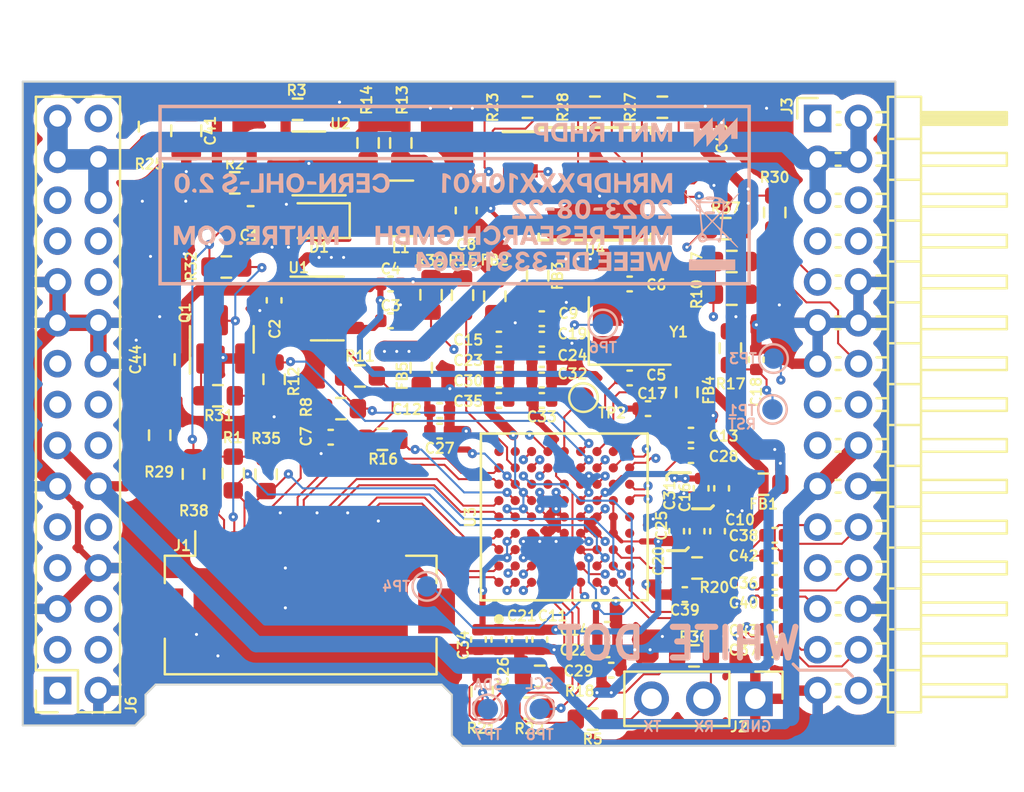
<source format=kicad_pcb>
(kicad_pcb (version 20221018) (generator pcbnew)
  (layers (0 "F.Cu" signal) (1 "In1.Cu" signal) (2 "In2.Cu" signal) (31 "B.Cu" signal) (34 "B.Paste" user) (35 "F.Paste" user) (36 "B.SilkS" user "B.Silkscreen") (37 "F.SilkS" user "F.Silkscreen") (38 "B.Mask" user) (39 "F.Mask" user) (44 "Edge.Cuts" user))
  (net 0 "")
  (net 1 "+5V")
  (net 2 "+3V3")
  (net 3 "Net-(C3-Pad2)")
  (net 4 "+2V5")
  (net 5 "Net-(C5-Pad2)")
  (net 6 "Net-(C6-Pad2)")
  (net 7 "/DVDD12")
  (net 8 "/AVDD33_RX")
  (net 9 "RESETn")
  (net 10 "EDP_TX0_DP")
  (net 11 "/EDP_TX0_CAP_DP")
  (net 12 "EDP_TX1_DN")
  (net 13 "/EDP_TX1_CAP_DN")
  (net 14 "EDP_AUX_DP")
  (net 15 "/EDP_AUX_CAP_DP")
  (net 16 "/EDP_TX0_CAP_DN")
  (net 17 "EDP_TX0_DN")
  (net 18 "/EDP_AUX_CAP_DN")
  (net 19 "EDP_AUX_DN")
  (net 20 "/EDP_TX1_CAP_DP")
  (net 21 "EDP_TX1_DP")
  (net 22 "Net-(D1-Pad1)")
  (net 23 "HDMI_D2+")
  (net 24 "HDMI_D2-")
  (net 25 "HDMI_D1+")
  (net 26 "HDMI_D1-")
  (net 27 "HDMI_D0+")
  (net 28 "HDMI_D0-")
  (net 29 "HDMI_CK+")
  (net 30 "HDMI_CK-")
  (net 31 "HDMI_CEC")
  (net 32 "HDMI_DDC_SCL")
  (net 33 "HDMI_DDC_SDA")
  (net 34 "/UART_RX")
  (net 35 "/UART_TX")
  (net 37 "/EDP_LCD_VCC")
  (net 38 "/EDP_LCD_TEST")
  (net 41 "/EDP_HPD")
  (net 42 "/EDP_BL_ENABLE")
  (net 43 "/EDP_BL_PWM")
  (net 44 "/EDP_BL_VCC")
  (net 46 "/I2C_SCL")
  (net 47 "/I2C_SDA")
  (net 48 "Net-(R2-Pad2)")
  (net 49 "Net-(R10-Pad1)")
  (net 50 "Net-(R11-Pad2)")
  (net 51 "HPD_OUT")
  (net 52 "Net-(R13-Pad2)")
  (net 53 "Net-(R15-Pad2)")
  (net 54 "Net-(R16-Pad2)")
  (net 55 "Net-(R18-Pad2)")
  (net 56 "Net-(R20-Pad1)")
  (net 57 "SPI_CSN")
  (net 58 "Net-(R23-Pad2)")
  (net 59 "Net-(R27-Pad2)")
  (net 60 "Net-(R28-Pad2)")
  (net 61 "SPI_DI")
  (net 62 "SPI_CLK")
  (net 63 "SPI_DO")
  (net 64 "Net-(TP2-Pad1)")
  (net 68 "Net-(TP3-Pad1)")
  (net 69 "Net-(TP4-Pad1)")
  (net 70 "GND")
  (net 71 "+1V2")
  (net 72 "/AVDD12_PLL")
  (net 73 "/AVDD12_OSC")
  (net 74 "/AVDD33_TX")
  (net 76 "Net-(J1-Pad1)")
  (net 92 "HDMI_HPD_OUT")
  (net 95 "Net-(Q1-Pad1)")
  (net 96 "Net-(R39-Pad1)")
  (net 97 "Net-(TP6-Pad1)")
  (footprint "Capacitor_SMD:C_0402_1005Metric" (layer "F.Cu") (at 105.7 87.8)
    (fp_text reference "C13")
    (fp_text value "10uF")
  )
  (footprint "Capacitor_SMD:C_0402_1005Metric" (layer "F.Cu") (at 96.3 84.1)
    (fp_text reference "C23")
    (fp_text value "0.47uF")
  )
  (footprint "Resistor_SMD:R_0603_1608Metric" (layer "F.Cu") (at 97.7 71.75)
    (fp_text reference "R23")
    (fp_text value "0")
  )
  (footprint "Capacitor_SMD:C_0402_1005Metric" (layer "F.Cu") (at 98.4 84.1)
    (fp_text reference "C24")
    (fp_text value "0.1uF")
  )
  (footprint "Connector_FFC-FPC:Hirose_FH12-20S-0.5SH_1x20-1MP_P0.50mm_Horizontal" (layer "F.Cu") (at 86.6 95)
    (fp_text reference "J1")
    (fp_text value "Conn_01x20")
  )
  (footprint "Connector_PinHeader_2.00mm:PinHeader_2x15_P2.00mm_Horizontal" (layer "F.Cu") (at 111.9 72.3)
    (fp_text reference "J3")
    (fp_text value "Conn_EDP")
  )
  (footprint "Capacitor_SMD:C_0402_1005Metric" (layer "F.Cu") (at 102.7 80.4)
    (fp_text reference "C6")
    (fp_text value "22pF")
  )
  (footprint "Capacitor_SMD:C_0402_1005Metric" (layer "F.Cu") (at 105.7 88.8)
    (fp_text reference "C28")
    (fp_text value "0.1uF")
  )
  (footprint "Resistor_SMD:R_0603_1608Metric" (layer "F.Cu") (at 98.2 80 90)
    (fp_text reference "FB3")
    (fp_text value "FerriteBead_Small")
  )
  (footprint "Resistor_SMD:R_0603_1608Metric" (layer "F.Cu") (at 105.85 98.6)
    (fp_text reference "R36")
    (fp_text value "4.7k")
  )
  (footprint "Capacitor_SMD:C_0402_1005Metric" (layer "F.Cu") (at 105.4 95.6 180)
    (fp_text reference "C39")
    (fp_text value "0.1uF")
  )
  (footprint "Capacitor_SMD:C_0402_1005Metric" (layer "F.Cu") (at 101.6 98.3)
    (fp_text reference "C22")
    (fp_text value "0.47uF")
  )
  (footprint "Inductor_SMD:L_1210_3225Metric" (layer "F.Cu") (at 91.5 76.7)
    (fp_text reference "L1")
    (fp_text value "3.3uH")
  )
  (footprint "Resistor_SMD:R_0603_1608Metric" (layer "F.Cu") (at 109.8 76.9 -90)
    (fp_text reference "R30")
    (fp_text value "15k 1%")
  )
  (footprint "Capacitor_SMD:C_0402_1005Metric" (layer "F.Cu") (at 102.7 85 180)
    (fp_text reference "C5")
    (fp_text value "22pF")
  )
  (footprint "Resistor_SMD:R_0603_1608Metric" (layer "F.Cu") (at 91.5 73.5 90)
    (fp_text reference "R13")
    (fp_text value "15k 1%")
  )
  (footprint "Resistor_SMD:R_0603_1608Metric" (layer "F.Cu") (at 81.35 89.7 90)
    (fp_text reference "R38")
    (fp_text value "DNP")
  )
  (footprint "Resistor_SMD:R_0603_1608Metric" (layer "F.Cu") (at 109.249999 90.2)
    (fp_text reference "FB1")
    (fp_text value "FerriteBead_Small")
  )
  (footprint "STDP2600AD:BGA81C80P9X9_800X800X140N" (layer "F.Cu") (at 99.5 91.8 90)
    (fp_text reference "U3")
    (fp_text value "STDP2600AD")
  )
  (footprint "Capacitor_SMD:C_0402_1005Metric" (layer "F.Cu") (at 85.3 81.2 90)
    (fp_text reference "C2")
    (fp_text value "4.7uF")
  )
  (footprint "Capacitor_SMD:C_0402_1005Metric" (layer "F.Cu") (at 98.3 97.8 -90)
    (fp_text reference "C11")
    (fp_text value "10uF")
  )
  (footprint "Resistor_SMD:R_0603_1608Metric" (layer "F.Cu") (at 107.4 77.69 180)
    (fp_text reference "R37")
    (fp_text value "4.7k")
  )
  (footprint "Connector_PinSocket_2.00mm:PinSocket_2x15_P2.00mm_Vertical" (layer "F.Cu") (at 74.7 100.3 180)
    (fp_text reference "J6")
    (fp_text value "Conn_EDP")
  )
  (footprint "Capacitor_SMD:C_0402_1005Metric" (layer "F.Cu") (at 96.3 86.1)
    (fp_text reference "C35")
    (fp_text value "10pF")
  )
  (footprint "Capacitor_SMD:C_0402_1005Metric" (layer "F.Cu") (at 98.4 85.1)
    (fp_text reference "C32")
    (fp_text value "0.1uF")
  )
  (footprint "Package_TO_SOT_SMD:SOT-23-5" (layer "F.Cu") (at 87 74.5 180)
    (fp_text reference "U2")
    (fp_text value "LM2830XQMFE/NOPB")
  )
  (footprint "Resistor_SMD:R_0603_1608Metric" (layer "F.Cu") (at 88.575 86.5 180)
    (fp_text reference "R8")
    (fp_text value "0")
  )
  (footprint "Capacitor_SMD:C_0402_1005Metric" (layer "F.Cu") (at 106.2 90.4 -90)
    (fp_text reference "C31")
    (fp_text value "0.1uF")
  )
  (footprint "Capacitor_SMD:C_0402_1005Metric" (layer "F.Cu") (at 91 80.4 180)
    (fp_text reference "C4")
    (fp_text value "4.7uF")
  )
  (footprint "Resistor_SMD:R_0603_1608Metric" (layer "F.Cu") (at 95.48 100.35 -90)
    (fp_text reference "R21")
    (fp_text value "4.7k")
  )
  (footprint "Resistor_SMD:R_0603_1608Metric" (layer "F.Cu") (at 101 71.75 180)
    (fp_text reference "R28")
    (fp_text value "15k 1%")
  )
  (footprint "Capacitor_SMD:C_0603_1608Metric" (layer "F.Cu") (at 84.15 77.1)
    (fp_text reference "C1")
    (fp_text value "10uF")
  )
  (footprint "Resistor_SMD:R_0603_1608Metric" (layer "F.Cu") (at 89.5 84.9 180)
    (fp_text reference "R11")
    (fp_text value "100k")
  )
  (footprint "Resistor_SMD:R_0603_1608Metric" (layer "F.Cu") (at 85.3 85.062742 -90)
    (fp_text reference "R12")
    (fp_text value "100k")
  )
  (footprint "Capacitor_SMD:C_0402_1005Metric" (layer "F.Cu") (at 101.6 97.3)
    (fp_text reference "C14")
    (fp_text value "10uF")
  )
  (footprint "Capacitor_SMD:C_0603_1608Metric" (layer "F.Cu") (at 94.7 76.8 90)
    (fp_text reference "C8")
    (fp_text value "10uF")
  )
  (footprint "Resistor_SMD:R_0603_1608Metric" (layer "F.Cu") (at 100.89 101.7)
    (fp_text reference "R5")
    (fp_text value "100k")
  )
  (footprint "Capacitor_SMD:C_0402_1005Metric" (layer "F.Cu") (at 96.3 83.1)
    (fp_text reference "C15")
    (fp_text value "10uF")
  )
  (footprint "Resistor_SMD:R_0603_1608Metric" (layer "F.Cu") (at 98.3 99.6)
    (fp_text reference "R18")
    (fp_text value "DNP")
  )
  (footprint "Resistor_SMD:R_0603_1608Metric" (layer "F.Cu") (at 107.63 83.54 -90)
    (fp_text reference "R17")
    (fp_text value "3k")
  )
  (footprint "Capacitor_SMD:C_0402_1005Metric" (layer "F.Cu") (at 106 92.5 90)
    (fp_text reference "C20")
    (fp_text value "0.47uF")
  )
  (footprint "Resistor_SMD:R_0603_1608Metric" (layer "F.Cu") (at 92.98 80.93 90)
    (fp_text reference "R39")
    (fp_text value "100k")
  )
  (footprint "Resistor_SMD:R_0603_1608Metric" (layer "F.Cu") (at 106 94.3)
    (fp_text reference "R20")
    (fp_text value "249 1%")
  )
  (footprint "Package_TO_SOT_SMD:SOT-23-5" (layer "F.Cu") (at 87.9 81.6)
    (fp_text reference "U1")
    (fp_text value "LP2985A-25DBVT")
  )
  (footprint "Diode_SMD:D_SOD-323" (layer "F.Cu") (at 87.5 77.3 180)
    (fp_text reference "D1")
    (fp_text value "PMEG1020EA,115")
  )
  (footprint "Resistor_SMD:R_0603_1608Metric" (layer "F.Cu") (at 79.7 87.8 90)
    (fp_text reference "R29")
    (fp_text value "0")
  )
  (footprint "TestPoint:TestPoint_Pad_D1.0mm" (layer "F.Cu") (at 100.44 85.96)
    (fp_text reference "TP2")
    (fp_text value "TestPoint")
  )
  (footprint "Resistor_SMD:R_0603_1608Metric" (layer "F.Cu") (at 86.45 71.85)
    (fp_text reference "R3")
    (fp_text value "100k")
  )
  (footprint "Resistor_SMD:R_0603_1608Metric" (layer "F.Cu") (at 82.55 85.87)
    (fp_text reference "R31")
    (fp_text value "3k")
  )
  (footprint "Resistor_SMD:R_0603_1608Metric" (layer "F.Cu") (at 84.91 89.71 -90)
    (fp_text reference "R35")
    (fp_text value "47k")
  )
  (footprint "Resistor_SMD:R_0603_1608Metric" (layer "F.Cu") (at 83.3 89.675 -90)
    (fp_text reference "R1")
    (fp_text value "20k")
  )
  (footprint "Capacitor_SMD:C_0402_1005Metric" (layer "F.Cu") (at 88.068656 87.9 180)
    (fp_text reference "C7")
    (fp_text value "0.1uF")
  )
  (footprint "Resistor_SMD:R_0603_1608Metric" (layer "F.Cu") (at 82.96 79.57)
    (fp_text reference "R32")
    (fp_text value "3k")
  )
  (footprint "Capacitor_SMD:C_0402_1005Metric" (layer "F.Cu") (at 97.3 97.8 -90)
    (fp_text reference "C21")
    (fp_text value "0.47uF")
  )
  (footprint "Capacitor_SMD:C_0402_1005Metric" (layer "F.Cu") (at 109.8 95)
    (fp_text reference "C36")
    (fp_text value "0.1uF")
  )
  (footprint "Capacitor_SMD:C_0402_1005Metric" (layer "F.Cu") (at 98.4 82.1)
    (fp_text reference "C9")
    (fp_text value "10uF")
  )
  (footprint "Capacitor_SMD:C_0402_1005Metric" (layer "F.Cu") (at 107.2 90.4 -90)
    (fp_text reference "C16")
    (fp_text value "10uF")
  )
  (footprint "Capacitor_SMD:C_0402_1005Metric" (layer "F.Cu") (at 95.3 97.8 -90)
    (fp_text reference "C34")
    (fp_text value "10pF")
  )
  (footprint "Capacitor_SMD:C_0402_1005Metric" (layer "F.Cu") (at 109.8 92.7)
    (fp_text reference "C38")
    (fp_text value "0.1uF")
  )
  (footprint "Package_SO:SOIC-8W_5.3x5.3mm_P1.27mm" (layer "F.Cu") (at 101 75.5)
    (fp_text reference "U4")
    (fp_text value "W25Q32JVSS")
  )
  (footprint "Resistor_SMD:R_0603_1608Metric" (layer "F.Cu") (at 90.6 88)
    (fp_text reference "R16")
    (fp_text value "249 1%")
  )
  (footprint "Capacitor_SMD:C_0402_1005Metric" (layer "F.Cu") (at 96.3 97.8 -90)
    (fp_text reference "C26")
    (fp_text value "0.1uF")
  )
  (footprint "Crystal:Crystal_SMD_3225-4Pin_3.2x2.5mm" (layer "F.Cu") (at 102.7 82.7)
    (fp_text reference "Y1")
    (fp_text value "ABM8-27.000MHZ-B2-T")
  )
  (footprint "Capacitor_SMD:C_0402_1005Metric" (layer "F.Cu") (at 93.4 86.6)
    (fp_text reference "C12")
    (fp_text value "10uF")
  )
  (footprint "Resistor_SMD:R_0603_1608Metric" (layer "F.Cu") (at 104.3 71.75 180)
    (fp_text reference "R27")
    (fp_text value "15k 1%")
  )
  (footprint "Resistor_SMD:R_0603_1608Metric" (layer "F.Cu") (at 92.5 84.5 90)
    (fp_text reference "FB5")
    (fp_text value "FerriteBead_Small")
  )
  (footprint "Resistor_SMD:R_0603_1608Metric" (layer "F.Cu") (at 94.52 80.945 -90)
    (fp_text reference "R15")
    (fp_text value "10k 1%")
  )
  (footprint "Capacitor_SMD:C_0402_1005Metric" (layer "F.Cu") (at 109.8 97.3 180)
    (fp_text reference "C43")
    (fp_text value "0.1uF")
  )
  (footprint "Resistor_SMD:R_0603_1608Metric" (layer "F.Cu") (at 89.9 73.5 -90)
    (fp_text reference "R14")
    (fp_text value "15k 1%")
  )
  (footprint "Resistor_SMD:R_0603_1608Metric" (layer "F.Cu") (at 83.375 75.45)
    (fp_text reference "R2")
    (fp_text value "0")
  )
  (footprint "Resistor_SMD:R_0603_1608Metric" (layer "F.Cu") (at 105.5 85.7 90)
    (fp_text reference "FB4")
    (fp_text value "FerriteBead_Small")
  )
  (footprint "Capacitor_SMD:C_0402_1005Metric" (layer "F.Cu") (at 105 92.5 90)
    (fp_text reference "C25")
    (fp_text value "0.1uF")
  )
  (footprint "Capacitor_SMD:C_0402_1005Metric" (layer "F.Cu") (at 106.4 73 90)
    (fp_text reference "C45")
    (fp_text value "0.1uF")
  )
  (footprint "Capacitor_SMD:C_0402_1005Metric" (layer "F.Cu") (at 98.4 86.1)
    (fp_text reference "C33")
    (fp_text value "10pF")
  )
  (footprint "Resistor_SMD:R_0603_1608Metric" (layer "F.Cu") (at 96.1 81 90)
    (fp_text reference "FB2")
    (fp_text value "FerriteBead_Small")
  )
  (footprint "Capacitor_SMD:C_0402_1005Metric" (layer "F.Cu") (at 101.8 99.3)
    (fp_text reference "C29")
    (fp_text value "0.1uF")
  )
  (footprint "Capacitor_SMD:C_0402_1005Metric" (layer "F.Cu") (at 107 92.5 90)
    (fp_text reference "C10")
    (fp_text value "10uF")
  )
  (footprint "Capacitor_SMD:C_0402_1005Metric" (layer "F.Cu") (at 96.3 85.1)
    (fp_text reference "C30")
    (fp_text value "0.1uF")
  )
  (footprint "Resistor_SMD:R_0603_1608Metric" (layer "F.Cu") (at 97.79 101.16)
    (fp_text reference "R22")
    (fp_text value "4.7k")
  )
  (footprint "Capacitor_SMD:C_0402_1005Metric" (layer "F.Cu") (at 109.8 93.7 180)
    (fp_text reference "C42")
    (fp_text value "0.1uF")
  )
  (footprint "Capacitor_SMD:C_0805_2012Metric" (layer "F.Cu") (at 81 72.9 -90)
    (fp_text reference "C41")
    (fp_text value "47uF")
  )
  (footprint "Capacitor_SMD:C_0402_1005Metric" (layer "F.Cu") (at 91 82.2 180)
    (fp_text reference "C3")
    (fp_text value "10nF")
  )
  (footprint "Capacitor_SMD:C_0805_2012Metric" (layer "F.Cu") (at 79.7 84.1 90)
    (fp_text reference "C44")
    (fp_text value "47uF")
  )
  (footprint "Capacitor_SMD:C_0402_1005Metric" (layer "F.Cu") (at 108.9 84.1 -90)
    (fp_text reference "C18")
    (fp_text value "22pF")
  )
  (footprint "Capacitor_SMD:C_0402_1005Metric" (layer "F.Cu") (at 103.6 86.5)
    (fp_text reference "C17")
    (fp_text value "1uF")
  )
  (footprint "Capacitor_SMD:C_0402_1005Metric" (layer "F.Cu") (at 98.4 83.1)
    (fp_text reference "C19")
    (fp_text value "0.47uF")
  )
  (footprint "Resistor_SMD:R_0603_1608Metric" (layer "F.Cu") (at 107.7 79.3)
    (fp_text reference "R7")
    (fp_text value "0")
  )
  (footprint "Connector_PinHeader_2.54mm:PinHeader_1x03_P2.54mm_Vertical" (layer "F.Cu") (at 108.85 100.7 -90)
    (fp_text reference "J2")
    (fp_text value "Conn_UART")
  )
  (footprint "Capacitor_SMD:C_0402_1005Metric" (layer "F.Cu") (at 109.8 96 180)
    (fp_text reference "C40")
    (fp_text value "0.1uF")
  )
  (footprint "Capacitor_SMD:C_0402_1005Metric" (layer "F.Cu") (at 93.4 87.6)
    (fp_text reference "C27")
    (fp_text value "0.1uF")
  )
  (footprint "Resistor_SMD:R_0603_1608Metric" (layer "F.Cu") (at 107.7 80.9)
    (fp_text reference "R10")
    (fp_text value "100k")
  )
  (footprint "Package_TO_SOT_SMD:SOT-23" (layer "F.Cu") (at 82.74 83.11 90)
    (fp_text reference "Q1")
    (fp_text value "2N7002-T1-E3")
  )
  (footprint "Capacitor_SMD:C_0402_1005Metric" (layer "F.Cu") (at 109.8 98.3)
    (fp_text reference "C37")
    (fp_text value "0.1uF")
  )
  (footprint "Resistor_SMD:R_0603_1608Metric" (layer "F.Cu") (at 79.2 72.7 90)
    (fp_text reference "R25")
    (fp_text value "0")
  )
  (footprint "TestPoint:TestPoint_Pad_D1.0mm" (layer "B.Cu") (at 101.39 82.36 180)
    (fp_text reference "TP6")
    (fp_text value "TestPoint")
  )
  (footprint "footprints:mnt-rhdp-badge-d1" (layer "B.Cu") (at 94.1475 76.05 180)
    (fp_text reference "H5" hide)
    (fp_text value "Badge" hide)
  )
  (footprint "TestPoint:TestPoint_Pad_D1.0mm" (layer "B.Cu") (at 92.775 95.2 180)
    (fp_text reference "TP4")
    (fp_text value "TestPoint")
  )
  (footprint "TestPoint:TestPoint_Pad_D1.0mm" (layer "B.Cu") (at 95.76 101.2 180)
    (fp_text reference "TP7")
    (fp_text value "TestPoint")
  )
  (footprint "TestPoint:TestPoint_Pad_D1.0mm" (layer "B.Cu") (at 98.3 101.2 180)
    (fp_text reference "TP8")
    (fp_text value "TestPoint")
  )
  (footprint "TestPoint:TestPoint_Pad_D1.0mm" (layer "B.Cu") (at 109.74 84.05 180)
    (fp_text reference "TP3")
    (fp_text value "TestPoint")
  )
  (footprint "TestPoint:TestPoint_Pad_D1.0mm" (layer "B.Cu") (at 109.69 86.54 180)
    (fp_text reference "TP1")
    (fp_text value "TestPoint")
  )
  (gr_line (start 113.6 99.6) (end 113.3 99.3) (stroke (width 0.15)) (layer "B.SilkS"))
  (gr_line (start 111 99.3) (end 110.7 99) (stroke (width 0.15)) (layer "B.SilkS"))
  (gr_line (start 113.3 99.3) (end 111 99.3) (stroke (width 0.15)) (layer "B.SilkS"))
  (gr_line (start 105.775 91.4) (end 106.65 91.4) (stroke (width 0.15)) (layer "F.SilkS"))
  (gr_line (start 106.65 91.4) (end 106.8 91.25) (stroke (width 0.15)) (layer "F.SilkS"))
  (gr_line (start 105.425 93.45) (end 105.575 93.3) (stroke (width 0.15)) (layer "F.SilkS"))
  (gr_line (start 104.52 89.785) (end 104.52 89.985) (stroke (width 0.15)) (layer "F.SilkS"))
  (gr_line (start 104.67 89.635) (end 105.67 89.635) (stroke (width 0.15)) (layer "F.SilkS"))
  (gr_line (start 104.67 89.635) (end 104.52 89.785) (stroke (width 0.15)) (layer "F.SilkS"))
  (gr_line (start 104.55 93.45) (end 105.425 93.45) (stroke (width 0.15)) (layer "F.SilkS"))
  (gr_line (start 94.5 103) (end 115.7 103) (stroke (width 0.1)) (layer "Edge.Cuts"))
  (gr_line (start 115.7 70.5) (end 115.7 103) (stroke (width 0.1)) (layer "Edge.Cuts"))
  (gr_line (start 79.5 100) (end 93.5 100) (stroke (width 0.1)) (layer "Edge.Cuts"))
  (gr_line (start 79 101.5) (end 79 100.5) (stroke (width 0.1)) (layer "Edge.Cuts"))
  (gr_line (start 93.5 100) (end 94 100.5) (stroke (width 0.1)) (layer "Edge.Cuts"))
  (gr_line (start 78.5 102) (end 79 101.5) (stroke (width 0.1)) (layer "Edge.Cuts"))
  (gr_line (start 94 102.5) (end 94.5 103) (stroke (width 0.1)) (layer "Edge.Cuts"))
  (gr_line (start 78.5 102) (end 73 102) (stroke (width 0.1)) (layer "Edge.Cuts"))
  (gr_line (start 73 102) (end 73 70.5) (stroke (width 0.1)) (layer "Edge.Cuts"))
  (gr_line (start 73 70.5) (end 115.7 70.5) (stroke (width 0.1)) (layer "Edge.Cuts"))
  (gr_line (start 94 100.5) (end 94 102.5) (stroke (width 0.1)) (layer "Edge.Cuts"))
  (gr_line (start 79 100.5) (end 79.5 100) (stroke (width 0.1)) (layer "Edge.Cuts"))
  (gr_text "SCL" (at 99.05 100.25) (layer "B.SilkS") (effects (font (size 0.5 0.5) (thickness 0.1) bold) (justify left bottom mirror)))
  (gr_text "SDA" (at 96.55 100.3) (layer "B.SilkS") (effects (font (size 0.5 0.5) (thickness 0.1) bold) (justify left bottom mirror)))
  (gr_text "TX" (at 104.3 102.35) (layer "B.SilkS") (effects (font (size 0.5 0.5) (thickness 0.1) bold) (justify left bottom mirror)))
  (gr_text "WHITE DOT" (at 105.1 98) (layer "B.SilkS") (effects (font (size 1.5 1.5) (thickness 0.3)) (justify mirror)))
  (gr_text "RST" (at 108.95 87.55) (layer "B.SilkS") (effects (font (size 0.5 0.5) (thickness 0.1) bold) (justify left bottom mirror)))
  (gr_text "RX" (at 106.9 102.35) (layer "B.SilkS") (effects (font (size 0.5 0.5) (thickness 0.1) bold) (justify left bottom mirror)))
  (gr_text "GND" (at 109.7 102.35) (layer "B.SilkS") (effects (font (size 0.5 0.5) (thickness 0.1) bold) (justify left bottom mirror)))
  (segment (start 82.5 72.3) (end 82.5 75.4) (width 0.5) (layer "F.Cu") (net 1))
  (segment (start 80.95 71.9) (end 81 71.95) (width 0.5) (layer "F.Cu") (net 1))
  (segment (start 82.5 75.4) (end 82.55 75.45) (width 0.5) (layer "F.Cu") (net 1))
  (segment (start 82.135 78.34) (end 83.375 77.1) (width 0.1) (layer "F.Cu") (net 1))
  (segment (start 79.225 71.9) (end 80.95 71.9) (width 0.5) (layer "F.Cu") (net 1))
  (segment (start 83.3 88.85) (end 81.375 88.85) (width 0.1) (layer "F.Cu") (net 1))
  (segment (start 79.2 71.875) (end 79.225 71.9) (width 0.5) (layer "F.Cu") (net 1))
  (segment (start 84.91 88.885) (end 84.875 88.85) (width 0.1) (layer "F.Cu") (net 1))
  (segment (start 81.35 88.05) (end 81.3 88) (width 0.1) (layer "F.Cu") (net 1))
  (segment (start 84.875 88.85) (end 83.3 88.85) (width 0.1) (layer "F.Cu") (net 1))
  (segment (start 81 71.95) (end 82.15 71.95) (width 0.5) (layer "F.Cu") (net 1))
  (segment (start 83.375 77.1) (end 83.375 76.275) (width 0.5) (layer "F.Cu") (net 1))
  (segment (start 81.35 88.875) (end 81.35 88.05) (width 0.1) (layer "F.Cu") (net 1))
  (segment (start 83.375 76.275) (end 82.55 75.45) (width 0.5) (layer "F.Cu") (net 1))
  (segment (start 81.375 88.85) (end 81.35 88.875) (width 0.1) (layer "F.Cu") (net 1))
  (segment (start 82.135 78.465) (end 82.135 78.34) (width 0.1) (layer "F.Cu") (net 1))
  (segment (start 82.15 71.95) (end 82.5 72.3) (width 0.5) (layer "F.Cu") (net 1))
  (segment (start 82.135 79.57) (end 82.135 78.465) (width 0.1) (layer "F.Cu") (net 1))
  (via (at 81.3 88) (size 0.45) (drill 0.15) (layers "F.Cu" "B.Cu") (net 1))
  (via (at 82.135 78.465) (size 0.45) (drill 0.15) (layers "F.Cu" "B.Cu") (net 1))
  (segment (start 81.3 88) (end 81.3 79.3) (width 0.1) (layer "B.Cu") (net 1))
  (segment (start 81.3 79.3) (end 82.135 78.465) (width 0.1) (layer "B.Cu") (net 1))
  (segment (start 95.064167 101.715) (end 96.41 101.715) (width 0.1) (layer "F.Cu") (net 2))
  (segment (start 108.5 75.75) (end 108.4 75.75) (width 0.5) (layer "F.Cu") (net 2))
  (segment (start 99.89 101.875) (end 100.065 101.7) (width 0.1) (layer "F.Cu") (net 2))
  (segment (start 110.074999 88.774999) (end 109.8 88.5) (width 0.5) (layer "F.Cu") (net 2))
  (segment (start 96.1 80) (end 96.1 80.175) (width 0.5) (layer "F.Cu") (net 2))
  (segment (start 101.1 100.665) (end 101.1 100.4) (width 0.1) (layer "F.Cu") (net 2))
  (segment (start 106.825 74.5) (end 106.825 74.325) (width 0.1) (layer "F.Cu") (net 2))
  (segment (start 108.5 76.45) (end 108.875 76.075) (width 0.1) (layer "F.Cu") (net 2))
  (segment (start 106.4 73.9) (end 106.825 74.325) (width 0.5) (layer "F.Cu") (net 2))
  (segment (start 79.7 85.05) (end 79.85 85.05) (width 0.5) (layer "F.Cu") (net 2))
  (segment (start 91.1 86.7) (end 91.1 85.7) (width 0.1) (layer "F.Cu") (net 2))
  (segment (start 91.1 85.7) (end 90.325 84.925) (width 0.1) (layer "F.Cu") (net 2))
  (segment (start 110.074999 89.474999) (end 110.074999 88.774999) (width 0.5) (layer "F.Cu") (net 2))
  (segment (start 81.58 80.72) (end 85.3 80.72) (width 0.5) (layer "F.Cu") (net 2))
  (segment (start 107.63 82.715) (end 107.63 82.27) (width 0.1) (layer "F.Cu") (net 2))
  (segment (start 86.92 79.1) (end 95.2 79.1) (width 0.5) (layer "F.Cu") (net 2))
  (segment (start 89.775 88) (end 89.8 88) (width 0.1) (layer "F.Cu") (net 2))
  (segment (start 90.325 84.9) (end 90.1 84.9) (width 0.1) (layer "F.Cu") (net 2))
  (segment (start 105.1 71.775) (end 105.1 73.145) (width 0.1) (layer "F.Cu") (net 2))
  (segment (start 103.384964 99.5) (end 102.484964 100.4) (width 0.1) (layer "F.Cu") (net 2))
  (segment (start 101.32 100.18) (end 101.1 100.4) (width 0.5) (layer "F.Cu") (net 2))
  (segment (start 106.975 74.325) (end 106.825 74.325) (width 0.5) (layer "F.Cu") (net 2))
  (segment (start 90.325 84.925) (end 90.325 84.9) (width 0.1) (layer "F.Cu") (net 2))
  (segment (start 106.285 73.595) (end 106.4 73.48) (width 0.5) (layer "F.Cu") (net 2))
  (segment (start 101.05 97.23) (end 101.12 97.3) (width 0.3) (layer "F.Cu") (net 2))
  (segment (start 101.32 99.3) (end 101.32 100.18) (width 0.5) (layer "F.Cu") (net 2))
  (segment (start 90.1 84.9) (end 87.75 82.55) (width 0.1) (layer "F.Cu") (net 2))
  (segment (start 101.05 96.15) (end 101.05 97.23) (width 0.3) (layer "F.Cu") (net 2))
  (segment (start 104.125 99.5) (end 103.384964 99.5) (width 0.1) (layer "F.Cu") (net 2))
  (segment (start 85.3 80.72) (end 86.92 79.1) (width 0.5) (layer "F.Cu") (net 2))
  (segment (start 87.75 82.55) (end 87.9 82.4) (width 0.2) (layer "F.Cu") (net 2))
  (segment (start 94.865 100.14) (end 94.865 101.515833) (width 0.1) (layer "F.Cu") (net 2))
  (segment (start 87.9 80.9) (end 87.65 80.65) (width 0.2) (layer "F.Cu") (net 2))
  (segment (start 107.63 82.27) (end 107.9 82) (width 0.1) (layer "F.Cu") (net 2))
  (segment (start 102.484964 100.4) (end 101.8 100.4) (width 0.1) (layer "F.Cu") (net 2))
  (segment (start 108.4 75.75) (end 106.975 74.325) (width 0.5) (layer "F.Cu") (net 2))
  (segment (start 79.85 85.05) (end 81 83.9) (width 0.5) (layer "F.Cu") (net 2))
  (segment (start 108.2 77.665) (end 108.225 77.69) (width 0.1) (layer "F.Cu") (net 2))
  (segment (start 97.9 90.2) (end 97.5 89.8) (width 0.1) (layer "F.Cu") (net 2))
  (segment (start 85.37 80.65) (end 85.3 80.72) (width 0.3) (layer "F.Cu") (net 2))
  (segment (start 96.41 101.715) (end 96.965 101.16) (width 0.1) (layer "F.Cu") (net 2))
  (segment (start 87.65 80.65) (end 86.7625 80.65) (width 0.2) (layer "F.Cu") (net 2))
  (segment (start 101.825 73.8) (end 103.5 75.475) (width 0.1) (layer "F.Cu") (net 2))
  (segment (start 86.7625 80.65) (end 85.37 80.65) (width 0.3) (layer "F.Cu") (net 2))
  (segment (start 100.3 93.4) (end 100.7 93.8) (width 0.1) (layer "F.Cu") (net 2))
  (segment (start 95.48 99.525) (end 94.865 100.14) (width 0.1) (layer "F.Cu") (net 2))
  (segment (start 89.775 88) (end 88.648656 88) (width 0.1) (layer "F.Cu") (net 2))
  (segment (start 101.825 71.75) (end 101.825 73.8) (width 0.1) (layer "F.Cu") (net 2))
  (segment (start 108.5 76.45) (end 108.2 76.75) (width 0.1) (layer "F.Cu") (net 2))
  (segment (start 108.5 75.75) (end 108.5 76.45) (width 0.5) (layer "F.Cu") (net 2))
  (segment (start 101.12 99.1) (end 101.12 97.3) (width 0.5) (layer "F.Cu") (net 2))
  (segment (start 105.85 75.475) (end 106.825 74.5) (width 0.1) (layer "F.Cu") (net 2))
  (segment (start 105.025 98.6) (end 104.125 99.5) (width 0.1) (layer "F.Cu") (net 2))
  (segment (start 81 83.9) (end 81 81.3) (width 0.5) (layer "F.Cu") (net 2))
  (segment (start 101.8 100.4) (end 101.32 99.92) (width 0.5) (layer "F.Cu") (net 2))
  (segment (start 105.1 73.145) (end 104.65 73.595) (width 0.1) (layer "F.Cu") (net 2))
  (segment (start 100.065 101.7) (end 101.1 100.665) (width 0.1) (layer "F.Cu") (net 2))
  (segment (start 105.125 71.75) (end 105.1 71.775) (width 0.1) (layer "F.Cu") (net 2))
  (segment (start 106.4 73.48) (end 106.4 73.9) (width 0.5) (layer "F.Cu") (net 2))
  (segment (start 95.2 79.1) (end 96.1 80) (width 0.5) (layer "F.Cu") (net 2))
  (segment (start 81 81.3) (end 81.58 80.72) (width 0.5) (layer "F.Cu") (net 2))
  (segment (start 79.7 86.975) (end 79.7 85.05) (width 0.5) (layer "F.Cu") (net 2))
  (segment (start 96.965 101.16) (end 97.68 101.875) (width 0.1) (layer "F.Cu") (net 2))
  (segment (start 94.865 101.515833) (end 95.064167 101.715) (width 0.1) (layer "F.Cu") (net 2))
  (segment (start 108.875 76.075) (end 109.8 76.075) (width 0.1) (layer "F.Cu") (net 2))
  (segment (start 101.32 99.92) (end 101.32 99.3) (width 0.5) (layer "F.Cu") (net 2))
  (segment (start 103.5 75.475) (end 105.85 75.475) (width 0.1) (layer "F.Cu") (net 2))
  (segment (start 110.074999 90.2) (end 110.074999 89.474999) (width 0.5) (layer "F.Cu") (net 2))
  (segment (start 89.8 88) (end 91.1 86.7) (width 0.1) (layer "F.Cu") (net 2))
  (segment (start 87.9 82.4) (end 87.9 80.9) (width 0.2) (layer "F.Cu") (net 2))
  (segment (start 100.3 93.4) (end 101.1 93.4) (width 0.1) (layer "F.Cu") (net 2))
  (segment (start 101.32 99.3) (end 101.12 99.1) (width 0.5) (layer "F.Cu") (net 2))
  (segment (start 108.2 76.75) (end 108.2 77.665) (width 0.1) (layer "F.Cu") (net 2))
  (segment (start 86.7625 82.55) (end 87.75 82.55) (width 0.2) (layer "F.Cu") (net 2))
  (segment (start 97.68 101.875) (end 99.89 101.875) (width 0.1) (layer "F.Cu") (net 2))
  (segment (start 88.648656 88) (end 88.548656 87.9) (width 0.1) (layer "F.Cu") (net 2))
  (segment (start 104.65 73.595) (end 106.285 73.595) (width 0.5) (layer "F.Cu") (net 2))
  (segment (start 110.074999 89.174999) (end 110.074999 89.474999) (width 0.5) (layer "F.Cu") (net 2))
  (via (at 101.1 100.4) (size 0.45) (drill 0.15) (layers "F.Cu" "B.Cu") (net 2))
  (via (at 110.074999 89.174999) (size 0.45) (drill 0.15) (layers "F.Cu" "B.Cu") (net 2))
  (via (at 97.5 89.8) (size 0.45) (drill 0.15) (layers "F.Cu" "B.Cu") (net 2))
  (via (at 88.7 79.1) (size 0.45) (drill 0.15) (layers "F.Cu" "B.Cu") (net 2))
  (via (at 108.5 75.75) (size 0.45) (drill 0.15) (layers "F.Cu" "B.Cu") (net 2))
  (via (at 88.1 79.1) (size 0.45) (drill 0.15) (layers "F.Cu" "B.Cu") (net 2))
  (via (at 100.7 93.8) (size 0.45) (drill 0.15) (layers "F.Cu" "B.Cu") (net 2))
  (via (at 107.9 82) (size 0.45) (drill 0.15) (layers "F.Cu" "B.Cu") (net 2))
  (via (at 108.5 76.45) (size 0.45) (drill 0.15) (layers "F.Cu" "B.Cu") (net 2))
  (via (at 101.8 100.4) (size 0.45) (drill 0.15) (layers "F.Cu" "B.Cu") (net 2))
  (via (at 87.5 79.1) (size 0.45) (drill 0.15) (layers "F.Cu" "B.Cu") (net 2))
  (via (at 109.8 88.5) (size 0.45) (drill 0.15) (layers "F.Cu" "B.Cu") (net 2))
  (via (at 101.05 96.15) (size 0.45) (drill 0.15) (layers "F.Cu" "B.Cu") (net 2))
  (segment (start 108.2 77.5) (end 97.2 77.5) (width 1) (layer "B.Cu") (net 2))
  (segment (start 101.905 91.005) (end 100.305 91.005) (width 0.1) (layer "B.Cu") (net 2))
  (segment (start 102.4 96.55) (end 102.8 96.15) (width 0.1) (layer "B.Cu") (net 2))
  (segment (start 99.5 90.2) (end 97.9 90.2) (width 0.1) (layer "B.Cu") (net 2))
  (segment (start 97.2 77.5) (end 97.175 77.525) (width 1) (layer "B.Cu") (net 2))
  (segment (start 109.5 98.9) (end 109.5 90.95) (width 0.5) (layer "B.Cu") (net 2))
  (segment (start 97.9 90.2) (end 97.5 89.8) (width 0.1) (layer "B.Cu") (net 2))
  (segment (start 100.7 95) (end 100.7 93.8) (width 0.1) (layer "B.Cu") (net 2))
  (segment (start 100.305 91.005) (end 99.5 90.2) (width 0.1) (layer "B.Cu") (net 2))
  (segment (start 102.8 91.9) (end 101.905 91.005) (width 0.1) (layer "B.Cu") (net 2))
  (segment (start 110.074999 90.375001) (end 110.074999 88.774999) (width 0.5) (layer "B.Cu") (net 2))
  (segment (start 109.5 90.95) (end 110.074999 90.375001) (width 0.5) (layer "B.Cu") (net 2))
  (segment (start 107.9 87.4) (end 109 88.5) (width 1) (layer "B.Cu") (net 2))
  (segment (start 110.074999 88.774999) (end 110.074999 89.174999) (width 0.5) (layer "B.Cu") (net 2))
  (segment (start 101.45 96.55) (end 102.4 96.55) (width 0.1) (layer "B.Cu") (net 2))
  (segment (start 107.9 82) (end 107.9 77.6) (width 1) (layer "B.Cu") (net 2))
  (segment (start 101.8 100.4) (end 103 99.2) (width 0.5) (layer "B.Cu") (net 2))
  (segment (start 107.9 82) (end 107.9 87.4) (width 1) (layer "B.Cu") (net 2))
  (segment (start 101.05 96.15) (end 101.05 95.35) (width 0.1) (layer "B.Cu") (net 2))
  (segment (start 109.8 88.5) (end 110.074999 88.774999) (width 0.5) (layer "B.Cu") (net 2))
  (segment (start 108.5 77.2) (end 108.2 77.5) (width 1) (layer "B.Cu") (net 2))
  (segment (start 103 99.2) (end 109.2 99.2) (width 0.5) (layer "B.Cu") (net 2))
  (segment (start 109 88.5) (end 109.8 88.5) (width 1) (layer "B.Cu") (net 2))
  (segment (start 96.475 77.525) (end 94.9 79.1) (width 1) (layer "B.Cu") (net 2))
  (segment (start 97.175 77.525) (end 96.475 77.525) (width 1) (layer "B.Cu") (net 2))
  (segment (start 108.5 77) (end 108.5 75.75) (width 1) (layer "B.Cu") (net 2))
  (segment (start 94.9 79.1) (end 87.5 79.1) (width 1) (layer "B.Cu") (net 2))
  (segment (start 101.05 96.15) (end 101.45 96.55) (width 0.1) (layer "B.Cu") (net 2))
  (segment (start 107.9 77.6) (end 108.5 77) (width 1) (layer "B.Cu") (net 2))
  (segment (start 101.1 100.4) (end 101.8 100.4) (width 0.5) (layer "B.Cu") (net 2))
  (segment (start 109.2 99.2) (end 109.5 98.9) (width 0.5) (layer "B.Cu") (net 2))
  (segment (start 101.05 95.35) (end 100.7 95) (width 0.1) (layer "B.Cu") (net 2))
  (segment (start 108.5 77) (end 108.5 77.2) (width 1) (layer "B.Cu") (net 2))
  (segment (start 102.8 96.15) (end 102.8 91.9) (width 0.1) (layer "B.Cu") (net 2))
  (segment (start 90.17 82.55) (end 90.52 82.2) (width 0.3) (layer "F.Cu") (net 3))
  (segment (start 89.0375 82.55) (end 90.17 82.55) (width 0.3) (layer "F.Cu") (net 3))
  (segment (start 102.3 89) (end 101.9 89.4) (width 0.1) (layer "F.Cu") (net 4))
  (segment (start 90.52 80.4) (end 90.25 80.4) (width 0.3) (layer "F.Cu") (net 4))
  (segment (start 90.25 80.4) (end 90 80.65) (width 0.3) (layer "F.Cu") (net 4))
  (segment (start 102.3 88.05) (end 102.3 89) (width 0.1) (layer "F.Cu") (net 4))
  (segment (start 90.5 81.2) (end 90.5 80.42) (width 0.3) (layer "F.Cu") (net 4))
  (segment (start 102.95 87.85) (end 103.12 87.68) (width 0.3) (layer "F.Cu") (net 4))
  (segment (start 90.5 80.42) (end 90.52 80.4) (width 0.3) (layer "F.Cu") (net 4))
  (segment (start 103.12 87.68) (end 103.12 86.5) (width 0.3) (layer "F.Cu") (net 4))
  (segment (start 102.5 87.85) (end 102.95 87.85) (width 0.3) (layer "F.Cu") (net 4))
  (segment (start 102.5 87.85) (end 102.3 88.05) (width 0.1) (layer "F.Cu") (net 4))
  (segment (start 103.12 86.5) (end 102.4 86.5) (width 0.3) (layer "F.Cu") (net 4))
  (segment (start 90 80.65) (end 89.0375 80.65) (width 0.3) (layer "F.Cu") (net 4))
  (via (at 90.5 81.2) (size 0.45) (drill 0.15) (layers "F.Cu" "B.Cu") (net 4))
  (via (at 102.4 86.5) (size 0.45) (drill 0.15) (layers "F.Cu" "B.Cu") (net 4))
  (segment (start 100.7 84.8) (end 90.15 84.8) (width 0.3) (layer "B.Cu") (net 4))
  (segment (start 102.4 86.5) (end 100.7 84.8) (width 0.3) (layer "B.Cu") (net 4))
  (segment (start 90.15 84.8) (end 89.5 84.15) (width 0.3) (layer "B.Cu") (net 4))
  (segment (start 90.5 82) (end 90.5 81.2) (width 0.3) (layer "B.Cu") (net 4))
  (segment (start 89.5 83) (end 90.5 82) (width 0.3) (layer "B.Cu") (net 4))
  (segment (start 89.5 84.15) (end 89.5 83) (width 0.3) (layer "B.Cu") (net 4))
  (segment (start 101.1 88.6) (end 101.5 88.2) (width 0.1) (layer "F.Cu") (net 5))
  (segment (start 102.22 85) (end 101.6 84.38) (width 0.1) (layer "F.Cu") (net 5))
  (segment (start 101.5 88.2) (end 101.5 85.72) (width 0.1) (layer "F.Cu") (net 5))
  (segment (start 101.6 84.38) (end 101.6 83.55) (width 0.1) (layer "F.Cu") (net 5))
  (segment (start 101.5 85.72) (end 102.22 85) (width 0.1) (layer "F.Cu") (net 5))
  (segment (start 102.2 85.7) (end 103.5 85.7) (width 0.1) (layer "F.Cu") (net 6))
  (segment (start 103.8 81.85) (end 103.8 81.02) (width 0.1) (layer "F.Cu") (net 6))
  (segment (start 103.95 81.85) (end 103.8 81.85) (width 0.1) (layer "F.Cu") (net 6))
  (segment (start 104.8 82.7) (end 103.95 81.85) (width 0.1) (layer "F.Cu") (net 6))
  (segment (start 103.5 85.7) (end 104.8 84.4) (width 0.1) (layer "F.Cu") (net 6))
  (segment (start 103.8 81.02) (end 103.18 80.4) (width 0.1) (layer "F.Cu") (net 6))
  (segment (start 104.8 84.4) (end 104.8 82.7) (width 0.1) (layer "F.Cu") (net 6))
  (segment (start 101.9 88.6) (end 101.9 86) (width 0.1) (layer "F.Cu") (net 6))
  (segment (start 101.9 86) (end 102.2 85.7) (width 0.1) (layer "F.Cu") (net 6))
  (segment (start 99.9 90.6) (end 99.9 93) (width 0.1) (layer "F.Cu") (net 7))
  (segment (start 98 86.8) (end 98.3 87.1) (width 0.5) (layer "F.Cu") (net 7))
  (segment (start 99.5 90.2) (end 99.9 90.6) (width 0.1) (layer "F.Cu") (net 7))
  (segment (start 99.5 93.4) (end 98.7 93.4) (width 0.1) (layer "F.Cu") (net 7))
  (segment (start 99.9 93) (end 99.5 93.4) (width 0.1) (layer "F.Cu") (net 7))
  (segment (start 99.1 88) (end 99.1 89.8) (width 0.1) (layer "F.Cu") (net 7))
  (segment (start 99.1 88) (end 98.3 87.2) (width 0.3) (layer "F.Cu") (net 7))
  (segment (start 98 86.18) (end 98 86.8) (width 0.5) (layer "F.Cu") (net 7))
  (segment (start 98.7 90.2) (end 99.5 90.2) (width 0.1) (layer "F.Cu") (net 7))
  (segment (start 97.92 86.1) (end 97.92 82.1) (width 0.5) (layer "F.Cu") (net 7))
  (segment (start 97.92 81.38) (end 98.2 81.1) (width 0.5) (layer "F.Cu") (net 7))
  (segment (start 97.92 82.1) (end 97.92 81.38) (width 0.5) (layer "F.Cu") (net 7))
  (segment (start 97.92 86.1) (end 98 86.18) (width 0.5) (layer "F.Cu") (net 7))
  (segment (start 98.2 81.1) (end 98.2 80.825) (width 0.5) (layer "F.Cu") (net 7))
  (segment (start 99.1 89.8) (end 99.5 90.2) (width 0.1) (layer "F.Cu") (net 7))
  (segment (start 98.3 87.2) (end 98.3 87.1) (width 0.3) (layer "F.Cu") (net 7))
  (segment (start 97.9 91) (end 97.5 90.6) (width 0.1) (layer "F.Cu") (net 8))
  (segment (start 95.82 82.105) (end 96.1 81.825) (width 0.5) (layer "F.Cu") (net 8))
  (segment (start 95.82 83.1) (end 95.82 82.105) (width 0.5) (layer "F.Cu") (net 8))
  (segment (start 97.1 91.8) (end 96.7 91.4) (width 0.1) (layer "F.Cu") (net 8))
  (segment (start 97 87.8) (end 95.82 86.62) (width 0.5) (layer "F.Cu") (net 8))
  (segment (start 97.9 91.8) (end 97.5 91.4) (width 0.1) (layer "F.Cu") (net 8))
  (segment (start 95.82 86.1) (end 95.82 85.1) (width 0.5) (layer "F.Cu") (net 8))
  (segment (start 95.82 86.62) (end 95.82 86.1) (width 0.5) (layer "F.Cu") (net 8))
  (segment (start 95.82 85.1) (end 95.82 83.1) (width 0.5) (layer "F.Cu") (net 8))
  (via (at 97.5 91.4) (size 0.45) (drill 0.15) (layers "F.Cu" "B.Cu") (net 8))
  (via (at 96.7 91.4) (size 0.45) (drill 0.15) (layers "F.Cu" "B.Cu") (net 8))
  (via (at 97 87.8) (size 0.45) (drill 0.15) (layers "F.Cu" "B.Cu") (net 8))
  (via (at 97.5 90.6) (size 0.45) (drill 0.15) (layers "F.Cu" "B.Cu") (net 8))
  (segment (start 97.095 87.895) (end 97.095 90.195) (width 0.1) (layer "B.Cu") (net 8))
  (segment (start 97.095 90.195) (end 97.5 90.6) (width 0.1) (layer "B.Cu") (net 8))
  (segment (start 97 87.8) (end 97.095 87.895) (width 0.1) (layer "B.Cu") (net 8))
  (segment (start 97.5 90.6) (end 97.5 91.4) (width 0.1) (layer "B.Cu") (net 8))
  (segment (start 96.7 91.4) (end 97.5 91.4) (width 0.1) (layer "B.Cu") (net 8))
  (segment (start 101.1 89.4) (end 101.5 89) (width 0.1) (layer "F.Cu") (net 9))
  (segment (start 108.9 84.58) (end 107.845 84.58) (width 0.1) (layer "F.Cu") (net 9))
  (segment (start 109.4 85.6) (end 109.4 85.08) (width 0.1) (layer "F.Cu") (net 9))
  (segment (start 107.845 84.58) (end 107.63 84.365) (width 0.1) (layer "F.Cu") (net 9))
  (segment (start 109.4 85.08) (end 108.9 84.58) (width 0.1) (layer "F.Cu") (net 9))
  (via (at 101.5 89) (size 0.45) (drill 0.15) (layers "F.Cu" "B.Cu") (net 9))
  (via (at 109.4 85.6) (size 0.45) (drill 0.15) (layers "F.Cu" "B.Cu") (net 9))
  (segment (start 109.4 85.6) (end 109.69 85.89) (width 0.1) (layer "B.Cu") (net 9))
  (segment (start 109.69 85.89) (end 109.69 86.54) (width 0.1) (layer "B.Cu") (net 9))
  (segment (start 103.52019 88.717677) (end 103.52019 88.47019) (width 0.1) (layer "F.Cu") (net 10))
  (segment (start 108.874999 95.349999) (end 108.7 95.175) (width 0.1) (layer "F.Cu") (net 10))
  (segment (start 103.387868 88.849999) (end 103.52019 88.717677) (width 0.1) (layer "F.Cu") (net 10))
  (segment (start 109.32 95) (end 108.970001 95.349999) (width 0.1) (layer "F.Cu") (net 10))
  (segment (start 102.7 88.6) (end 102.949999 88.849999) (width 0.1) (layer "F.Cu") (net 10))
  (segment (start 108.970001 95.349999) (end 108.874999 95.349999) (width 0.1) (layer "F.Cu") (net 10))
  (segment (start 102.949999 88.849999) (end 103.387868 88.849999) (width 0.1) (layer "F.Cu") (net 10))
  (via (at 103.52019 88.47019) (size 0.45) (drill 0.15) (layers "F.Cu" "B.Cu") (net 10))
  (via (at 108.7 95.175) (size 0.45) (drill 0.15) (layers "F.Cu" "B.Cu") (net 10))
  (segment (start 110.68 95.4) (end 112.8 95.4) (width 0.1) (layer "F.Cu") (net 11))
  (segment (start 112.8 95.4) (end 113.9 94.3) (width 0.1) (layer "F.Cu") (net 11))
  (segment (start 110.28 95) (end 110.68 95.4) (width 0.1) (layer "F.Cu") (net 11))
  (segment (start 102.7 91) (end 102.949999 90.750001) (width 0.1) (layer "F.Cu") (net 12))
  (segment (start 103.425001 90.750001) (end 103.6 90.925) (width 0.1) (layer "F.Cu") (net 12))
  (segment (start 109.29 98.3) (end 108.94 97.95) (width 0.1) (layer "F.Cu") (net 12))
  (segment (start 108.94 97.95) (end 108.537867 97.95) (width 0.1) (layer "F.Cu") (net 12))
  (segment (start 108.217677 97.62981) (end 107.97019 97.62981) (width 0.1) (layer "F.Cu") (net 12))
  (segment (start 108.537867 97.95) (end 108.217677 97.62981) (width 0.1) (layer "F.Cu") (net 12))
  (segment (start 102.949999 90.750001) (end 103.425001 90.750001) (width 0.1) (layer "F.Cu") (net 12))
  (segment (start 109.32 98.3) (end 109.29 98.3) (width 0.1) (layer "F.Cu") (net 12))
  (via (at 103.6 90.925) (size 0.45) (drill 0.15) (layers "F.Cu" "B.Cu") (net 12))
  (via (at 107.97019 97.62981) (size 0.45) (drill 0.15) (layers "F.Cu" "B.Cu") (net 12))
  (segment (start 113.085 99.115) (end 113.9 98.3) (width 0.1) (layer "F.Cu") (net 13))
  (segment (start 111.465 99.115) (end 113.085 99.115) (width 0.1) (layer "F.Cu") (net 13))
  (segment (start 110.65 98.3) (end 111.465 99.115) (width 0.1) (layer "F.Cu") (net 13))
  (segment (start 110.28 98.3) (end 110.65 98.3) (width 0.1) (layer "F.Cu") (net 13))
  (segment (start 107.65 95.037866) (end 107.65 94.37) (width 0.1) (layer "F.Cu") (net 14))
  (segment (start 107.65 94.37) (end 109.32 92.7) (width 0.1) (layer "F.Cu") (net 14))
  (segment (start 102.7 95.375735) (end 103.774265 96.45) (width 0.1) (layer "F.Cu") (net 14))
  (segment (start 102.7 95) (end 102.7 95.375735) (width 0.1) (layer "F.Cu") (net 14))
  (segment (start 106.237866 96.45) (end 107.65 95.037866) (width 0.1) (layer "F.Cu") (net 14))
  (segment (start 103.774265 96.45) (end 106.237866 96.45) (width 0.1) (layer "F.Cu") (net 14))
  (segment (start 113.085 93.115) (end 113.9 92.3) (width 0.1) (layer "F.Cu") (net 15))
  (segment (start 110.695 93.115) (end 113.085 93.115) (width 0.1) (layer "F.Cu") (net 15))
  (segment (start 110.28 92.7) (end 110.695 93.115) (width 0.1) (layer "F.Cu") (net 15))
  (segment (start 111.3 95.7) (end 111.9 96.3) (width 0.1) (layer "F.Cu") (net 16))
  (segment (start 110.58 95.7) (end 111.3 95.7) (width 0.1) (layer "F.Cu") (net 16))
  (segment (start 110.28 96) (end 110.58 95.7) (width 0.1) (layer "F.Cu") (net 16))
  (segment (start 108.970001 95.650001) (end 108.874999 95.650001) (width 0.1) (layer "F.Cu") (net 17))
  (segment (start 103.732323 88.92981) (end 103.97981 88.92981) (width 0.1) (layer "F.Cu") (net 17))
  (segment (start 108.874999 95.650001) (end 108.7 95.825) (width 0.1) (layer "F.Cu") (net 17))
  (segment (start 103.512132 89.150001) (end 103.732323 88.92981) (width 0.1) (layer "F.Cu") (net 17))
  (segment (start 102.949999 89.150001) (end 103.512132 89.150001) (width 0.1) (layer "F.Cu") (net 17))
  (segment (start 102.7 89.4) (end 102.949999 89.150001) (width 0.1) (layer "F.Cu") (net 17))
  (segment (start 109.32 96) (end 108.970001 95.650001) (width 0.1) (layer "F.Cu") (net 17))
  (via (at 103.97981 88.92981) (size 0.45) (drill 0.15) (layers "F.Cu" "B.Cu") (net 17))
  (via (at 108.7 95.825) (size 0.45) (drill 0.15) (layers "F.Cu" "B.Cu") (net 17))
  (segment (start 109.8 93.22) (end 109.8 92.4) (width 0.1) (layer "F.Cu") (net 18))
  (segment (start 110.28 93.7) (end 109.8 93.22) (width 0.1) (layer "F.Cu") (net 18))
  (segment (start 110 92.2) (end 111.8 92.2) (width 0.1) (layer "F.Cu") (net 18))
  (segment (start 109.8 92.4) (end 110 92.2) (width 0.1) (layer "F.Cu") (net 18))
  (segment (start 111.8 92.2) (end 111.9 92.3) (width 0.1) (layer "F.Cu") (net 18))
  (segment (start 101.9 95) (end 103.65 96.75) (width 0.1) (layer "F.Cu") (net 19))
  (segment (start 107.95 95.162134) (end 107.95 94.494265) (width 0.1) (layer "F.Cu") (net 19))
  (segment (start 107.95 94.494265) (end 108.744265 93.7) (width 0.1) (layer "F.Cu") (net 19))
  (segment (start 108.744265 93.7) (end 109.32 93.7) (width 0.1) (layer "F.Cu") (net 19))
  (segment (start 106.362134 96.75) (end 107.95 95.162134) (width 0.1) (layer "F.Cu") (net 19))
  (segment (start 103.65 96.75) (end 106.362134 96.75) (width 0.1) (layer "F.Cu") (net 19))
  (segment (start 111.1 98.3) (end 111.9 98.3) (width 0.1) (layer "F.Cu") (net 20))
  (segment (start 110.28 97.3) (end 110.28 97.48) (width 0.1) (layer "F.Cu") (net 20))
  (segment (start 110.28 97.48) (end 111.1 98.3) (width 0.1) (layer "F.Cu") (net 20))
  (segment (start 102.7 90.2) (end 102.949999 90.449999) (width 0.1) (layer "F.Cu") (net 21))
  (segment (start 102.949999 90.449999) (end 103.425001 90.449999) (width 0.1) (layer "F.Cu") (net 21))
  (segment (start 109.32 97.3) (end 109.29 97.3) (width 0.1) (layer "F.Cu") (net 21))
  (segment (start 103.425001 90.449999) (end 103.6 90.275) (width 0.1) (layer "F.Cu") (net 21))
  (segment (start 108.94 97.65) (end 108.662133 97.65) (width 0.1) (layer "F.Cu") (net 21))
  (segment (start 108.662133 97.65) (end 108.42981 97.417677) (width 0.1) (layer "F.Cu") (net 21))
  (segment (start 109.29 97.3) (end 108.94 97.65) (width 0.1) (layer "F.Cu") (net 21))
  (segment (start 108.42981 97.417677) (end 108.42981 97.17019) (width 0.1) (layer "F.Cu") (net 21))
  (via (at 108.42981 97.17019) (size 0.45) (drill 0.15) (layers "F.Cu" "B.Cu") (net 21))
  (via (at 103.6 90.275) (size 0.45) (drill 0.15) (layers "F.Cu" "B.Cu") (net 21))
  (segment (start 88.85 75.45) (end 90.1 76.7) (width 0.5) (layer "F.Cu") (net 22))
  (segment (start 88.1375 75.45) (end 88.85 75.45) (width 0.5) (layer "F.Cu") (net 22))
  (segment (start 89.5 77.3) (end 90.1 76.7) (width 0.5) (layer "F.Cu") (net 22))
  (segment (start 88.55 77.3) (end 89.5 77.3) (width 0.5) (layer "F.Cu") (net 22))
  (segment (start 96.3 95) (end 96.050001 94.750001) (width 0.1) (layer "F.Cu") (net 23))
  (segment (start 92.45 92.365111) (end 92.034889 91.95) (width 0.1) (layer "F.Cu") (net 23))
  (segment (start 92.034889 91.95) (end 91.465111 91.95) (width 0.1) (layer "F.Cu") (net 23))
  (segment (start 92.45 93.462134) (end 92.45 92.365111) (width 0.1) (layer "F.Cu") (net 23))
  (segment (start 91.25 92.165111) (end 91.25 92.55) (width 0.1) (layer "F.Cu") (net 23))
  (segment (start 91.465111 91.95) (end 91.25 92.165111) (width 0.1) (layer "F.Cu") (net 23))
  (segment (start 91.25 92.55) (end 91.35 92.65) (width 0.1) (layer "F.Cu") (net 23))
  (segment (start 96.050001 94.750001) (end 93.737867 94.750001) (width 0.1) (layer "F.Cu") (net 23))
  (segment (start 93.737867 94.750001) (end 92.45 93.462134) (width 0.1) (layer "F.Cu") (net 23))
  (segment (start 91.35 92.65) (end 91.35 93.15) (width 0.1) (layer "F.Cu") (net 23))
  (segment (start 92.159157 91.65) (end 91.340843 91.65) (width 0.1) (layer "F.Cu") (net 24))
  (segment (start 96.050001 94.449999) (end 93.862133 94.449999) (width 0.1) (layer "F.Cu") (net 24))
  (segment (start 92.75 93.337866) (end 92.75 92.240843) (width 0.1) (layer "F.Cu") (net 24))
  (segment (start 91.340843 91.65) (end 90.95 92.040843) (width 0.1) (layer "F.Cu") (net 24))
  (segment (start 93.862133 94.449999) (end 92.75 93.337866) (width 0.1) (layer "F.Cu") (net 24))
  (segment (start 92.75 92.240843) (end 92.159157 91.65) (width 0.1) (layer "F.Cu") (net 24))
  (segment (start 90.85 92.65) (end 90.85 93.15) (width 0.1) (layer "F.Cu") (net 24))
  (segment (start 90.95 92.040843) (end 90.95 92.55) (width 0.1) (layer "F.Cu") (net 24))
  (segment (start 96.3 94.2) (end 96.050001 94.449999) (width 0.1) (layer "F.Cu") (net 24))
  (segment (start 90.95 92.55) (end 90.85 92.65) (width 0.1) (layer "F.Cu") (net 24))
  (segment (start 96.050001 93.150001) (end 96.3 93.4) (width 0.1) (layer "F.Cu") (net 25))
  (segment (start 89.75 92.074999) (end 89.75 91.862134) (width 0.1) (layer "F.Cu") (net 25))
  (segment (start 94.537867 93.150001) (end 96.050001 93.150001) (width 0.1) (layer "F.Cu") (net 25))
  (segment (start 90.462134 91.15) (end 92.537866 91.15) (width 0.1) (layer "F.Cu") (net 25))
  (segment (start 92.537866 91.15) (end 94.537867 93.150001) (width 0.1) (layer "F.Cu") (net 25))
  (segment (start 89.85 92.174999) (end 89.75 92.074999) (width 0.1) (layer "F.Cu") (net 25))
  (segment (start 89.85 93.15) (end 89.85 92.174999) (width 0.1) (layer "F.Cu") (net 25))
  (segment (start 89.75 91.862134) (end 90.462134 91.15) (width 0.1) (layer "F.Cu") (net 25))
  (segment (start 89.35 92.174999) (end 89.45 92.074999) (width 0.1) (layer "F.Cu") (net 26))
  (segment (start 94.662133 92.849999) (end 96.050001 92.849999) (width 0.1) (layer "F.Cu") (net 26))
  (segment (start 89.45 91.737866) (end 90.337866 90.85) (width 0.1) (layer "F.Cu") (net 26))
  (segment (start 89.35 93.15) (end 89.35 92.174999) (width 0.1) (layer "F.Cu") (net 26))
  (segment (start 92.662134 90.85) (end 94.662133 92.849999) (width 0.1) (layer "F.Cu") (net 26))
  (segment (start 89.45 92.074999) (end 89.45 91.737866) (width 0.1) (layer "F.Cu") (net 26))
  (segment (start 90.337866 90.85) (end 92.662134 90.85) (width 0.1) (layer "F.Cu") (net 26))
  (segment (start 96.050001 92.849999) (end 96.3 92.6) (width 0.1) (layer "F.Cu") (net 26))
  (segment (start 96.050001 91.550001) (end 96.3 91.8) (width 0.1) (layer "F.Cu") (net 27))
  (segment (start 88.35 93.15) (end 88.35 92.174999) (width 0.1) (layer "F.Cu") (net 27))
  (segment (start 88.35 92.174999) (end 88.25 92.074999) (width 0.1) (layer "F.Cu") (net 27))
  (segment (start 93.137866 90.25) (end 94.437867 91.550001) (width 0.1) (layer "F.Cu") (net 27))
  (segment (start 89.462134 90.25) (end 93.137866 90.25) (width 0.1) (layer "F.Cu") (net 27))
  (segment (start 88.25 92.074999) (end 88.25 91.462134) (width 0.1) (layer "F.Cu") (net 27))
  (segment (start 94.437867 91.550001) (end 96.050001 91.550001) (width 0.1) (layer "F.Cu") (net 27))
  (segment (start 88.25 91.462134) (end 89.462134 90.25) (width 0.1) (layer "F.Cu") (net 27))
  (segment (start 87.95 91.337866) (end 89.337866 89.95) (width 0.1) (layer "F.Cu") (net 28))
  (segment (start 89.337866 89.95) (end 93.262134 89.95) (width 0.1) (layer "F.Cu") (net 28))
  (segment (start 93.262134 89.95) (end 94.562133 91.249999) (width 0.1) (layer "F.Cu") (net 28))
  (segment (start 96.050001 91.249999) (end 96.3 91) (width 0.1) (layer "F.Cu") (net 28))
  (segment (start 87.85 92.174999) (end 87.95 92.074999) (width 0.1) (layer "F.Cu") (net 28))
  (segment (start 94.562133 91.249999) (end 96.050001 91.249999) (width 0.1) (layer "F.Cu") (net 28))
  (segment (start 87.95 92.074999) (end 87.95 91.337866) (width 0.1) (layer "F.Cu") (net 28))
  (segment (start 87.85 93.15) (end 87.85 92.174999) (width 0.1) (layer "F.Cu") (net 28))
  (segment (start 86.85 93.15) (end 86.85 92.174999) (width 0.1) (layer "F.Cu") (net 29))
  (segment (start 88.462134 89.25) (end 93.637866 89.25) (width 0.1) (layer "F.Cu") (net 29))
  (segment (start 86.75 92.074999) (end 86.75 90.962134) (width 0.1) (layer "F.Cu") (net 29))
  (segment (start 86.75 90.962134) (end 88.462134 89.25) (width 0.1) (layer "F.Cu") (net 29))
  (segment (start 86.85 92.174999) (end 86.75 92.074999) (width 0.1) (layer "F.Cu") (net 29))
  (segment (start 93.637866 89.25) (end 94.337867 89.950001) (width 0.1) (layer "F.Cu") (net 29))
  (segment (start 94.337867 89.950001) (end 96.050001 89.950001) (width 0.1) (layer "F.Cu") (net 29))
  (segment (start 96.050001 89.950001) (end 96.3 90.2) (width 0.1) (layer "F.Cu") (net 29))
  (segment (start 86.35 93.15) (end 86.35 92.174999) (width 0.1) (layer "F.Cu") (net 30))
  (segment (start 86.35 92.174999) (end 86.45 92.074999) (width 0.1) (layer "F.Cu") (net 30))
  (segment (start 94.462133 89.649999) (end 96.050001 89.649999) (width 0.1) (layer "F.Cu") (net 30))
  (segment (start 93.762134 88.95) (end 94.462133 89.649999) (width 0.1) (layer "F.Cu") (net 30))
  (segment (start 96.050001 89.649999) (end 96.3 89.4) (width 0.1) (layer "F.Cu") (net 30))
  (segment (start 86.45 92.074999) (end 86.45 90.837866) (width 0.1) (layer "F.Cu") (net 30))
  (segment (start 86.45 90.837866) (end 88.337866 88.95) (width 0.1) (layer "F.Cu") (net 30))
  (segment (start 88.337866 88.95) (end 93.762134 88.95) (width 0.1) (layer "F.Cu") (net 30))
  (segment (start 86.6 87.1) (end 87.2 86.5) (width 0.1) (layer "F.Cu") (net 31))
  (segment (start 84.85 93.15) (end 84.85 91.65) (width 0.1) (layer "F.Cu") (net 31))
  (segment (start 86.6 89.9) (end 86.6 87.1) (width 0.1) (layer "F.Cu") (net 31))
  (segment (start 87.2 86.5) (end 87.75 86.5) (width 0.1) (layer "F.Cu") (net 31))
  (segment (start 84.85 91.65) (end 86.6 89.9) (width 0.1) (layer "F.Cu") (net 31))
  (segment (start 85.165 90.535) (end 84.91 90.535) (width 0.1) (layer "F.Cu") (net 32))
  (segment (start 86 89.7) (end 85.165 90.535) (width 0.1) (layer "F.Cu") (net 32))
  (segment (start 101.9 94.2) (end 102.3 94.6) (width 0.1) (layer "F.Cu") (net 32))
  (segment (start 84.91 90.535) (end 84.35 91.095) (width 0.1) (layer "F.Cu") (net 32))
  (segment (start 84.35 91.095) (end 84.35 93.15) (width 0.1) (layer "F.Cu") (net 32))
  (via (at 86 89.7) (size 0.45) (drill 0.15) (layers "F.Cu" "B.Cu") (net 32))
  (via (at 102.3 94.6) (size 0.45) (drill 0.15) (layers "F.Cu" "B.Cu") (net 32))
  (segment (start 93.1 90.4) (end 86.7 90.4) (width 0.1) (layer "B.Cu") (net 32))
  (segment (start 100.958615 91.9) (end 101.9 92.841385) (width 0.1) (layer "B.Cu") (net 32))
  (segment (start 94.6 91.9) (end 93.1 90.4) (width 0.1) (layer "B.Cu") (net 32))
  (segment (start 86.7 90.4) (end 86 89.7) (width 0.1) (layer "B.Cu") (net 32))
  (segment (start 94.6 91.9) (end 100.958615 91.9) (width 0.1) (layer "B.Cu") (net 32))
  (segment (start 101.9 94.2) (end 102.3 94.6) (width 0.1) (layer "B.Cu") (net 32))
  (segment (start 101.9 92.841385) (end 101.9 94.2) (width 0.1) (layer "B.Cu") (net 32))
  (segment (start 83.85 93.15) (end 83.85 91.05) (width 0.1) (layer "F.Cu") (net 33))
  (segment (start 83.3 90.4) (end 83.3 90.5) (width 0.1) (layer "F.Cu") (net 33))
  (segment (start 84 89.7) (end 83.3 90.4) (width 0.1) (layer "F.Cu") (net 33))
  (segment (start 101.1 94.2) (end 101.5 93.8) (width 0.1) (layer "F.Cu") (net 33))
  (segment (start 83.85 91.05) (end 83.3 90.5) (width 0.1) (layer "F.Cu") (net 33))
  (via (at 101.5 93.8) (size 0.45) (drill 0.15) (layers "F.Cu" "B.Cu") (net 33))
  (via (at 84 89.7) (size 0.45) (drill 0.15) (layers "F.Cu" "B.Cu") (net 33))
  (segment (start 100.5 92.2) (end 101.095 92.795) (width 0.1) (layer "B.Cu") (net 33))
  (segment (start 94.7 92.2) (end 100.5 92.2) (width 0.1) (layer "B.Cu") (net 33))
  (segment (start 101.095 93.395) (end 101.5 93.8) (width 0.1) (layer "B.Cu") (net 33))
  (segment (start 85 90.7) (end 84 89.7) (width 0.1) (layer "B.Cu") (net 33))
  (segment (start 101.095 92.795) (end 101.095 93.395) (width 0.1) (layer "B.Cu") (net 33))
  (segment (start 85.4 90.7) (end 85 90.7) (width 0.1) (layer "B.Cu") (net 33))
  (segment (start 92.9 90.7) (end 85.4 90.7) (width 0.1) (layer "B.Cu") (net 33))
  (segment (start 94.4 92.2) (end 92.9 90.7) (width 0.1) (layer "B.Cu") (net 33))
  (segment (start 94.7 92.2) (end 94.4 92.2) (width 0.1) (layer "B.Cu") (net 33))
  (segment (start 97.9 88.6) (end 97.5 89) (width 0.1) (layer "F.Cu") (net 34))
  (segment (start 106.675 100.335) (end 106.31 100.7) (width 0.1) (layer "F.Cu") (net 34))
  (segment (start 106.675 98.6) (end 106.675 100.335) (width 0.1) (layer "F.Cu") (net 34))
  (via (at 97.5 89) (size 0.45) (drill 0.15) (layers "F.Cu" "B.Cu") (net 34))
  (segment (start 101.715 101.7) (end 102.77 101.7) (width 0.1) (layer "F.Cu") (net 35))
  (segment (start 102.77 101.7) (end 103.77 100.7) (width 0.1) (layer "F.Cu") (net 35))
  (segment (start 98.7 88.6) (end 97.9 87.8) (width 0.1) (layer "F.Cu") (net 35))
  (segment (start 97.9 87.8) (end 97.8 87.8) (width 0.1) (layer "F.Cu") (net 35))
  (via (at 97.8 87.8) (size 0.45) (drill 0.15) (layers "F.Cu" "B.Cu") (net 35))
  (segment (start 76.7 90.3) (end 74.7 88.3) (width 0.5) (layer "F.Cu") (net 37))
  (segment (start 76.7 90.3) (end 78.025 90.3) (width 0.5) (layer "F.Cu") (net 37))
  (segment (start 111.9 90.3) (end 113.9 88.3) (width 0.8) (layer "F.Cu") (net 37))
  (segment (start 78.025 90.3) (end 79.7 88.625) (width 0.5) (layer "F.Cu") (net 37))
  (segment (start 110.6 101.63) (end 110.6 91.6) (width 0.8) (layer "B.Cu") (net 37))
  (segment (start 110.29 101.94) (end 101.14 101.94) (width 0.5) (layer "B.Cu") (net 37))
  (segment (start 101.14 101.94) (end 98.275 99.075) (width 0.5) (layer "B.Cu") (net 37))
  (segment (start 110.6 101.63) (end 110.29 101.94) (width 0.5) (layer "B.Cu") (net 37))
  (segment (start 84.425 98.025) (end 76.7 90.3) (width 0.8) (layer "B.Cu") (net 37))
  (segment (start 93.3 98.025) (end 84.425 98.025) (width 0.8) (layer "B.Cu") (net 37))
  (segment (start 98.275 99.075) (end 94.35 99.075) (width 0.8) (layer "B.Cu") (net 37))
  (segment (start 94.35 99.075) (end 93.3 98.025) (width 0.8) (layer "B.Cu") (net 37))
  (segment (start 110.6 91.6) (end 111.9 90.3) (width 0.8) (layer "B.Cu") (net 37))
  (segment (start 109.35 79.3) (end 108.525 79.3) (width 0.1) (layer "F.Cu") (net 41))
  (segment (start 113.9 84.3) (end 112.9 83.3) (width 0.1) (layer "F.Cu") (net 41))
  (segment (start 112.9 81.7) (end 112.5 81.3) (width 0.1) (layer "F.Cu") (net 41))
  (segment (start 112.9 83.3) (end 112.9 81.7) (width 0.1) (layer "F.Cu") (net 41))
  (segment (start 112.5 81.3) (end 111.35 81.3) (width 0.1) (layer "F.Cu") (net 41))
  (segment (start 111.35 81.3) (end 109.35 79.3) (width 0.1) (layer "F.Cu") (net 41))
  (segment (start 109.8 78.2) (end 111.9 80.3) (width 0.1) (layer "F.Cu") (net 42))
  (segment (start 109.8 77.725) (end 109.8 78.2) (width 0.1) (layer "F.Cu") (net 42))
  (segment (start 78.425 74.3) (end 79.2 73.525) (width 1) (layer "F.Cu") (net 44))
  (segment (start 76.7 74.3) (end 78.425 74.3) (width 1) (layer "F.Cu") (net 44))
  (segment (start 111.9 76.3) (end 111.9 74.3) (width 0.8) (layer "B.Cu") (net 44))
  (segment (start 113.9 72.3) (end 113.9 74.3) (width 0.8) (layer "B.Cu") (net 44))
  (segment (start 111.9 74.3) (end 113.9 74.3) (width 0.8) (layer "B.Cu") (net 44))
  (segment (start 76.7 74.3) (end 76.7 76.3) (width 1) (layer "B.Cu") (net 44))
  (segment (start 111.2 74.3) (end 111.9 74.3) (width 1) (layer "B.Cu") (net 44))
  (segment (start 74.7 72.3) (end 74.7 74.3) (width 1) (layer "B.Cu") (net 44))
  (segment (start 79.35 73.45) (end 110.35 73.45) (width 1) (layer "B.Cu") (net 44))
  (segment (start 78.5 74.3) (end 79.35 73.45) (width 1) (layer "B.Cu") (net 44))
  (segment (start 76.7 74.3) (end 78.5 74.3) (width 1) (layer "B.Cu") (net 44))
  (segment (start 110.35 73.45) (end 111.2 74.3) (width 1) (layer "B.Cu") (net 44))
  (segment (start 74.7 74.3) (end 76.7 74.3) (width 1) (layer "B.Cu") (net 44))
  (segment (start 99.34 101.16) (end 98.615 101.16) (width 0.1) (layer "F.Cu") (net 46))
  (segment (start 99.9 96) (end 100.2 96.3) (width 0.1) (layer "F.Cu") (net 46))
  (segment (start 100.2 100.3) (end 99.34 101.16) (width 0.1) (layer "F.Cu") (net 46))
  (segment (start 100.2 96.3) (end 100.2 100.3) (width 0.1) (layer "F.Cu") (net 46))
  (segment (start 99.5 94.2) (end 99.9 94.6) (width 0.1) (layer "F.Cu") (net 46))
  (segment (start 99.9 94.6) (end 99.9 96) (width 0.1) (layer "F.Cu") (net 46))
  (via (at 99.34 101.16) (size 0.45) (drill 0.15) (layers "F.Cu" "B.Cu") (net 46))
  (segment (start 99.34 101.16) (end 99.3 101.2) (width 0.1) (layer "B.Cu") (net 46))
  (segment (start 99.3 101.2) (end 98.3 101.2) (width 0.1) (layer "B.Cu") (net 46))
  (segment (start 95.5 101.155) (end 95.48 101.175) (width 0.1) (layer "F.Cu") (net 47))
  (segment (start 99.1 94.6) (end 98.7 94.2) (width 0.1) (layer "F.Cu") (net 47))
  (segment (start 95.5 100.4) (end 95.5 101.155) (width 0.1) (layer "F.Cu") (net 47))
  (segment (start 96.4 100.4) (end 99.5 100.4) (width 0.1) (layer "F.Cu") (net 47))
  (segment (start 95.625 101.175) (end 96.4 100.4) (width 0.1) (layer "F.Cu") (net 47))
  (segment (start 99.9 96.5) (end 99.1 95.7) (width 0.1) (layer "F.Cu") (net 47))
  (segment (start 95.48 101.175) (end 95.625 101.175) (width 0.1) (layer "F.Cu") (net 47))
  (segment (start 99.5 100.4) (end 99.9 100) (width 0.1) (layer "F.Cu") (net 47))
  (segment (start 99.1 95.7) (end 99.1 94.6) (width 0.1) (layer "F.Cu") (net 47))
  (segment (start 99.9 100) (end 99.9 96.5) (width 0.1) (layer "F.Cu") (net 47))
  (via (at 95.5 100.4) (size 0.45) (drill 0.15) (layers "F.Cu" "B.Cu") (net 47))
  (segment (start 95.76 100.66) (end 95.5 100.4) (width 0.1) (layer "B.Cu") (net 47))
  (segment (start 95.76 101.2) (end 95.76 100.66) (width 0.1) (layer "B.Cu") (net 47))
  (segment (start 85.8625 72.0875) (end 85.625 71.85) (width 0.5) (layer "F.Cu") (net 48))
  (segment (start 84.2 73.825) (end 84.475 73.55) (width 0.5) (layer "F.Cu") (net 48))
  (segment (start 84.475 73.55) (end 85.8625 73.55) (width 0.5) (layer "F.Cu") (net 48))
  (segment (start 85.8625 75.45) (end 84.2 75.45) (width 0.5) (layer "F.Cu") (net 48))
  (segment (start 84.2 75.45) (end 84.2 73.825) (width 0.5) (layer "F.Cu") (net 48))
  (segment (start 85.8625 73.55) (end 85.8625 72.0875) (width 0.5) (layer "F.Cu") (net 48))
  (segment (start 101.1 95) (end 101.5 95.4) (width 0.1) (layer "F.Cu") (net 49))
  (segment (start 106.875 80.9) (end 106.8 80.975) (width 0.1) (layer "F.Cu") (net 49))
  (segment (start 106.8 80.975) (end 106.8 82) (width 0.1) (layer "F.Cu") (net 49))
  (segment (start 106.875 80.9) (end 106.875 79.3) (width 0.1) (layer "F.Cu") (net 49))
  (via (at 101.5 95.4) (size 0.45) (drill 0.15) (layers "F.Cu" "B.Cu") (net 49))
  (via (at 106.8 82) (size 0.45) (drill 0.15) (layers "F.Cu" "B.Cu") (net 49))
  (segment (start 100.7 88.2) (end 100.3 88.6) (width 0.1) (layer "F.Cu") (net 50))
  (segment (start 89.4 86.5) (end 88.675 85.775) (width 0.1) (layer "F.Cu") (net 50))
  (segment (start 90.1 86.6) (end 90 86.5) (width 0.1) (layer "F.Cu") (net 50))
  (segment (start 90 86.5) (end 89.4 86.5) (width 0.1) (layer "F.Cu") (net 50))
  (segment (start 88.675 85.775) (end 88.675 84.9) (width 0.1) (layer "F.Cu") (net 50))
  (via (at 90.1 86.6) (size 0.45) (drill 0.15) (layers "F.Cu" "B.Cu") (net 50))
  (via (at 100.7 88.2) (size 0.45) (drill 0.15) (layers "F.Cu" "B.Cu") (net 50))
  (segment (start 100.65 88.2) (end 100.7 88.2) (width 0.1) (layer "B.Cu") (net 50))
  (segment (start 90.1 86.6) (end 90.2 86.7) (width 0.1) (layer "B.Cu") (net 50))
  (segment (start 99.15 86.7) (end 100.65 88.2) (width 0.1) (layer "B.Cu") (net 50))
  (segment (start 90.2 86.7) (end 99.15 86.7) (width 0.1) (layer "B.Cu") (net 50))
  (segment (start 85.3 84.237742) (end 86.062258 84.237742) (width 0.1) (layer "F.Cu") (net 51))
  (segment (start 84.03 85.87) (end 85.3 84.6) (width 0.1) (layer "F.Cu") (net 51))
  (segment (start 85.3 84.6) (end 85.3 84.237742) (width 0.1) (layer "F.Cu") (net 51))
  (segment (start 86.062258 84.237742) (end 86.1 84.2) (width 0.1) (layer "F.Cu") (net 51))
  (segment (start 83.375 85.87) (end 84.03 85.87) (width 0.1) (layer "F.Cu") (net 51))
  (segment (start 100.3 89.4) (end 100.7 89) (width 0.1) (layer "F.Cu") (net 51))
  (via (at 100.7 89) (size 0.45) (drill 0.15) (layers "F.Cu" "B.Cu") (net 51))
  (via (at 86.1 84.2) (size 0.45) (drill 0.15) (layers "F.Cu" "B.Cu") (net 51))
  (segment (start 86.85 84.2) (end 89.75 87.1) (width 0.1) (layer "B.Cu") (net 51))
  (segment (start 86.1 84.2) (end 86.85 84.2) (width 0.1) (layer "B.Cu") (net 51))
  (segment (start 98.8 87.1) (end 100.7 89) (width 0.1) (layer "B.Cu") (net 51))
  (segment (start 89.75 87.1) (end 98.8 87.1) (width 0.1) (layer "B.Cu") (net 51))
  (segment (start 89.025 73.55) (end 89.9 72.675) (width 0.5) (layer "F.Cu") (net 52))
  (segment (start 88.1375 73.55) (end 89.025 73.55) (width 0.5) (layer "F.Cu") (net 52))
  (segment (start 91.5 72.675) (end 89.9 72.675) (width 0.5) (layer "F.Cu") (net 52))
  (segment (start 97.1 89.4) (end 96.7 89) (width 0.1) (layer "F.Cu") (net 53))
  (segment (start 96.108094 87.8) (end 95.9 87.8) (width 0.1) (layer "F.Cu") (net 53))
  (segment (start 96.7 88.391906) (end 96.108094 87.8) (width 0.1) (layer "F.Cu") (net 53))
  (segment (start 94.7 81.95) (end 94.52 81.77) (width 0.1) (layer "F.Cu") (net 53))
  (segment (start 95.9 87.8) (end 94.7 86.6) (width 0.1) (layer "F.Cu") (net 53))
  (segment (start 96.7 89) (end 96.7 88.391906) (width 0.1) (layer "F.Cu") (net 53))
  (segment (start 94.7 86.6) (end 94.7 81.95) (width 0.1) (layer "F.Cu") (net 53))
  (segment (start 97.1 91) (end 96.7 90.6) (width 0.1) (layer "F.Cu") (net 54))
  (segment (start 91.925 88.5) (end 91.425 88) (width 0.1) (layer "F.Cu") (net 54))
  (segment (start 92.2 88.5) (end 91.925 88.5) (width 0.1) (layer "F.Cu") (net 54))
  (via (at 92.2 88.5) (size 0.45) (drill 0.15) (layers "F.Cu" "B.Cu") (net 54))
  (via (at 96.7 90.6) (size 0.45) (drill 0.15) (layers "F.Cu" "B.Cu") (net 54))
  (segment (start 92.5 88.5) (end 94.6 90.6) (width 0.1) (layer "B.Cu") (net 54))
  (segment (start 94.6 90.6) (end 96.7 90.6) (width 0.1) (layer "B.Cu") (net 54))
  (segment (start 92.2 88.5) (end 92.5 88.5) (width 0.1) (layer "B.Cu") (net 54))
  (segment (start 99.5 96.5) (end 99.5 99.225) (width 0.1) (layer "F.Cu") (net 55))
  (segment (start 99.5 99.225) (end 99.125 99.6) (width 0.1) (layer "F.Cu") (net 55))
  (segment (start 98.7 95) (end 98.7 95.7) (width 0.1) (layer "F.Cu") (net 55))
  (segment (start 98.7 95.7) (end 99.5 96.5) (width 0.1) (layer "F.Cu") (net 55))
  (segment (start 103.2 93.8) (end 103.7 94.3) (width 0.1) (layer "F.Cu") (net 56))
  (segment (start 103.7 94.3) (end 105.175 94.3) (width 0.1) (layer "F.Cu") (net 56))
  (segment (start 102.3 93.8) (end 103.2 93.8) (width 0.1) (layer "F.Cu") (net 56))
  (segment (start 101.9 93.4) (end 102.3 93.8) (width 0.1) (layer "F.Cu") (net 56))
  (segment (start 97.1 94.2) (end 96.75 94.55) (width 0.1) (layer "F.Cu") (net 57))
  (segment (start 95.9 71.7) (end 96.825 71.7) (width 0.1) (layer "F.Cu") (net 57))
  (segment (start 95.8 74.9) (end 95.6 74.7) (width 0.1) (layer "F.Cu") (net 57))
  (segment (start 96.825 71.7) (end 96.875 71.75) (width 0.1) (layer "F.Cu") (net 57))
  (segment (start 95.6 72) (end 95.9 71.7) (width 0.1) (layer "F.Cu") (net 57))
  (segment (start 95.6 74.7) (end 95.6 72) (width 0.1) (layer "F.Cu") (net 57))
  (via (at 95.8 74.9) (size 0.45) (drill 0.15) (layers "F.Cu" "B.Cu") (net 57))
  (via (at 96.75 94.55) (size 0.45) (drill 0.15) (layers "F.Cu" "B.Cu") (net 57))
  (segment (start 97.35 73.595) (end 96.095 73.595) (width 0.1) (layer "F.Cu") (net 58))
  (segment (start 98.525 71.875) (end 98.525 71.75) (width 0.1) (layer "F.Cu") (net 58))
  (segment (start 96 72.9) (end 96.1 72.8) (width 0.1) (layer "F.Cu") (net 58))
  (segment (start 97.6 72.8) (end 98.525 71.875) (width 0.1) (layer "F.Cu") (net 58))
  (segment (start 96.095 73.595) (end 96 73.5) (width 0.1) (layer "F.Cu") (net 58))
  (segment (start 96 73.5) (end 96 72.9) (width 0.1) (layer "F.Cu") (net 58))
  (segment (start 96.1 72.8) (end 97.6 72.8) (width 0.1) (layer "F.Cu") (net 58))
  (segment (start 103.3 71.925) (end 103.3 74.6) (width 0.1) (layer "F.Cu") (net 59))
  (segment (start 103.475 71.75) (end 103.3 71.925) (width 0.1) (layer "F.Cu") (net 59))
  (segment (start 103.3 74.6) (end 103.565 74.865) (width 0.1) (layer "F.Cu") (net 59))
  (segment (start 103.565 74.865) (end 104.65 74.865) (width 0.1) (layer "F.Cu") (net 59))
  (segment (start 99.165 76.135) (end 100.175 75.125) (width 0.1) (layer "F.Cu") (net 60))
  (segment (start 100.175 75.125) (end 100.175 71.75) (width 0.1) (layer "F.Cu") (net 60))
  (segment (start 97.35 76.135) (end 99.165 76.135) (width 0.1) (layer "F.Cu") (net 60))
  (segment (start 97.1 95) (end 96.7 95.4) (width 0.1) (layer "F.Cu") (net 61))
  (segment (start 98.7 74.9) (end 97.385 74.9) (width 0.1) (layer "F.Cu") (net 61))
  (segment (start 97.385 74.9) (end 97.35 74.865) (width 0.1) (layer "F.Cu") (net 61))
  (via (at 96.7 95.4) (size 0.45) (drill 0.15) (layers "F.Cu" "B.Cu") (net 61))
  (via (at 98.7 74.9) (size 0.45) (drill 0.15) (layers "F.Cu" "B.Cu") (net 61))
  (segment (start 106.1 76.1) (end 106.065 76.135) (width 0.1) (layer "F.Cu") (net 62))
  (segment (start 97.9 95) (end 97.5 95.4) (width 0.1) (layer "F.Cu") (net 62))
  (segment (start 106.065 76.135) (end 104.65 76.135) (width 0.1) (layer "F.Cu") (net 62))
  (via (at 97.5 95.4) (size 0.45) (drill 0.15) (layers "F.Cu" "B.Cu") (net 62))
  (via (at 106.1 76.1) (size 0.45) (drill 0.15) (layers "F.Cu" "B.Cu") (net 62))
  (segment (start 105.5 78.6) (end 106.41 77.69) (width 0.1) (layer "F.Cu") (net 63))
  (segment (start 106.41 77.69) (end 106.575 77.69) (width 0.1) (layer "F.Cu") (net 63))
  (segment (start 106.29 77.405) (end 106.575 77.69) (width 0.1) (layer "F.Cu") (net 63))
  (segment (start 97.9 94.2) (end 97.5 94.6) (width 0.1) (layer "F.Cu") (net 63))
  (segment (start 104.65 77.405) (end 106.29 77.405) (width 0.1) (layer "F.Cu") (net 63))
  (via (at 97.5 94.6) (size 0.45) (drill 0.15) (layers "F.Cu" "B.Cu") (net 63))
  (via (at 105.5 78.6) (size 0.45) (drill 0.15) (layers "F.Cu" "B.Cu") (net 63))
  (segment (start 99.5 86.9) (end 100.44 85.96) (width 0.1) (layer "F.Cu") (net 64))
  (segment (start 99.5 88.6) (end 99.5 86.9) (width 0.1) (layer "F.Cu") (net 64))
  (segment (start 100.3 94.2) (end 100.7 94.6) (width 0.1) (layer "F.Cu") (net 68))
  (segment (start 100.7 94.6) (end 101.5 94.6) (width 0.1) (layer "F.Cu") (net 68))
  (via (at 110.1 85.1) (size 0.45) (drill 0.15) (layers "F.Cu" "B.Cu") (net 68))
  (via (at 101.5 94.6) (size 0.45) (drill 0.15) (layers "F.Cu" "B.Cu") (net 68))
  (segment (start 110.1 84.41) (end 109.74 84.05) (width 0.1) (layer "B.Cu") (net 68))
  (segment (start 110.1 85.1) (end 110.1 84.41) (width 0.1) (layer "B.Cu") (net 68))
  (segment (start 100.5 95.7) (end 100.3 95.5) (width 0.1) (layer "F.Cu") (net 69))
  (segment (start 100.3 95.5) (end 100.3 95) (width 0.1) (layer "F.Cu") (net 69))
  (via (at 100.5 95.7) (size 0.45) (drill 0.15) (layers "F.Cu" "B.Cu") (net 69))
  (segment (start 98.275 97.225) (end 95.025 97.225) (width 0.1) (layer "B.Cu") (net 69))
  (segment (start 99.6 96.6) (end 98.9 96.6) (width 0.1) (layer "B.Cu") (net 69))
  (segment (start 98.9 96.6) (end 98.275 97.225) (width 0.1) (layer "B.Cu") (net 69))
  (segment (start 93 95.2) (end 92.775 95.2) (width 0.1) (layer "B.Cu") (net 69))
  (segment (start 95.025 97.225) (end 93 95.2) (width 0.1) (layer "B.Cu") (net 69))
  (segment (start 100.5 95.7) (end 99.6 96.6) (width 0.1) (layer "B.Cu") (net 69))
  (segment (start 102.1 99.12) (end 102.1 97.32) (width 0.5) (layer "F.Cu") (net 70))
  (segment (start 92.1 80.3) (end 91.58 80.3) (width 0.3) (layer "F.Cu") (net 70))
  (segment (start 86 77.75) (end 86.45 77.3) (width 0.5) (layer "F.Cu") (net 70))
  (segment (start 102.95 98.3) (end 102.08 98.3) (width 0.5) (layer "F.Cu") (net 70))
  (segment (start 84.925 78.325) (end 84.925 77.1) (width 0.5) (layer "F.Cu") (net 70))
  (segment (start 94.7 76.025) (end 94.7 75.1) (width 0.5) (layer "F.Cu") (net 70))
  (segment (start 104.08 85.92) (end 104.3 85.7) (width 0.2) (layer "F.Cu") (net 70))
  (segment (start 95.3 98.28) (end 98.3 98.28) (width 0.5) (layer "F.Cu") (net 70))
  (segment (start 85.3 85.887742) (end 85.3 86.9) (width 0.1) (layer "F.Cu") (net 70))
  (segment (start 88.85 91.65) (end 88.9 91.6) (width 0.1) (layer "F.Cu") (net 70))
  (segment (start 74.7 82.3) (end 74.7 80.3) (width 0.8) (layer "F.Cu") (net 70))
  (segment (start 97.9 92.6) (end 97.5 93) (width 0.1) (layer "F.Cu") (net 70))
  (segment (start 73.535 83.465) (end 74.7 82.3) (width 0.8) (layer "F.Cu") (net 70))
  (segment (start 94.7 87.6) (end 93.88 87.6) (width 0.5) (layer "F.Cu") (net 70))
  (segment (start 106.7875 86.8375) (end 106.18 87.445) (width 0.5) (layer "F.Cu") (net 70))
  (segment (start 108.19 91.51) (end 108.2 91.5) (width 0.2) (layer "F.Cu") (net 70))
  (segment (start 88.85 93.15) (end 88.85 91.65) (width 0.1) (layer "F.Cu") (net 70))
  (segment (start 98.88 86.1) (end 98.88 82.1) (width 0.5) (layer "F.Cu") (net 70))
  (segment (start 99.5 92.6) (end 99.1 93) (width 0.1) (layer "F.Cu") (net 70))
  (segment (start 91.58 80.3) (end 91.48 80.4) (width 0.3) (layer "F.Cu") (net 70))
  (segment (start 100.3 91.8) (end 100.7 91.4) (width 0.1) (layer "F.Cu") (net 70))
  (segment (start 81 74.9) (end 81 73.85) (width 0.5) (layer "F.Cu") (net 70))
  (segment (start 99.5 89.4) (end 100.3 90.2) (width 0.1) (layer "F.Cu") (net 70))
  (segment (start 76.7 84.3) (end 76.7 82.3) (width 0.8) (layer "F.Cu") (net 70))
  (segment (start 98.7 92.6) (end 98.3 93) (width 0.1) (layer "F.Cu") (net 70))
  (segment (start 86.7625 81.6) (end 85.38 81.6) (width 0.3) (layer "F.Cu") (net 70))
  (segment (start 87.35 93.15) (end 87.35 91.65) (width 0.1) (layer "F.Cu") (net 70))
  (segment (start 96.505 77.405) (end 97.35 77.405) (width 0.2) (layer "F.Cu") (net 70))
  (segment (start 93.88 87.6) (end 93.88 86.6) (width 0.5) (layer "F.Cu") (net 70))
  (segment (start 85.35 93.15) (end 85.35 91.85) (width 0.1) (layer "F.Cu") (net 70))
  (segment (start 98.3 98.28) (end 98.98 98.28) (width 0.5) (layer "F.Cu") (net 70))
  (segment (start 76.7 94.3) (end 75.7 93.3) (width 0.3) (layer "F.Cu") (net 70))
  (segment (start 87.275 71.85) (end 88.15 71.85) (width 0.5) (layer "F.Cu") (net 70))
  (segment (start 96.78 86.1) (end 96.78 83.1) (width 0.5) (layer "F.Cu") (net 70))
  (segment (start 89.725 74.5) (end 89.9 74.325) (width 0.5) (layer "F.Cu") (net 70))
  (segment (start 85.35 91.85) (end 85.6 91.6) (width 0.1) (layer "F.Cu") (net 70))
  (segment (start 84.62 81.68) (end 84.6 81.7) (width 0.3) (layer "F.Cu") (net 70))
  (segment (start 96.78 82.62) (end 97.1 82.3) (width 0.5) (layer "F.Cu") (net 70))
  (segment (start 107.51 91.51) (end 107 92.02) (width 0.3) (layer "F.Cu") (net 70))
  (segment (start 79.7 83.15) (end 79.7 82) (width 0.5) (layer "F.Cu") (net 70))
  (segment (start 100.3 90.2) (end 100.7 89.8) (width 0.1) (layer "F.Cu") (net 70))
  (segment (start 95.9 76.7) (end 95.9 76.8) (width 0.2) (layer "F.Cu") (net 70))
  (segment (start 90.35 92.05) (end 90.4 92) (width 0.1) (layer "F.Cu") (net 70))
  (segment (start 88.1375 74.5) (end 87 74.5) (width 0.5) (layer "F.Cu") (net 70))
  (segment (start 74.7 90.3) (end 73.535 89.135) (width 0.8) (layer "F.Cu") (net 70))
  (segment (start 107.51 91.51) (end 108.19 91.51) (width 0.2) (layer "F.Cu") (net 70))
  (segment (start 106.18 88.8) (end 106.18 87.8) (width 0.5) (layer "F.Cu") (net 70))
  (segment (start 75.7 91.3) (end 74.7 90.3) (width 0.3) (layer "F.Cu") (net 70))
  (segment (start 91.48 81.42) (end 91.48 82.2) (width 0.1) (layer "F.Cu") (net 70))
  (segment (start 97.475 98.455) (end 97.3 98.28) (width 0.1) (layer "F.Cu") (net 70))
  (segment (start 101.875 97.095) (end 102.025 97.245) (width 0.3) (layer "F.Cu") (net 70))
  (segment (start 99.5 91.8) (end 99.1 91.4) (width 0.1) (layer "F.Cu") (net 70))
  (segment (start 86 78.6) (end 86 77.75) (width 0.5) (layer "F.Cu") (net 70))
  (segment (start 87.35 91.65) (end 87.4 91.6) (width 0.1) (layer "F.Cu") (net 70))
  (segment (start 98.7 91) (end 98.3 90.6) (width 0.1) (layer "F.Cu") (net 70))
  (segment (start 94.6 97.925) (end 94.955 98.28) (width 0.5) (layer "F.Cu") (net 70))
  (segment (start 85.85 94.3) (end 85.85 93.15) (width 0.1) (layer "F.Cu") (net 70))
  (segment (start 102.025 97.245) (end 102.08 97.3) (width 0.3) (layer "F.Cu") (net 70))
  (segment (start 102.1 97.32) (end 102.08 97.3) (width 0.5) (layer "F.Cu") (net 70))
  (segment (start 98.88 82.1) (end 98.88 82.02) (width 0.5) (layer "F.Cu") (net 70))
  (segment (start 100.3 91) (end 100.7 90.6) (width 0.1) (layer "F.Cu") (net 70))
  (segment (start 107.51 91.19) (end 107.2 90.88) (width 0.3) (layer "F.Cu") (net 70))
  (segment (start 82.8475 84.0475) (end 82.8 84) (width 0.1) (layer "F.Cu") (net 70))
  (segment (start 94.505 80.105) (end 92.98 80.105) (width 0.1) (layer "F.Cu") (net 70))
  (segment (start 85.38 81.6) (end 85.3 81.68) (width 0.3) (layer "F.Cu") (net 70))
  (segment (start 106.4 72.52) (end 107.18 72.52) (width 0.5) (layer "F.Cu") (net 70))
  (segment (start 106.4 72.52) (end 106.4 71.7) (width 0.5) (layer "F.Cu") (net 70))
  (segment (start 98.98 98.28) (end 99 98.3) (width 0.5) (layer "F.Cu") (net 70))
  (segment (start 96.78 83.1) (end 96.78 82.62) (width 0.5) (layer "F.Cu") (net 70))
  (segment (start 88.1375 74.5) (end 89.725 74.5) (width 0.5) (layer "F.Cu") (net 70))
  (segment (start 73.535 89.135) (end 73.535 83.465) (width 0.8) (layer "F.Cu") (net 70))
  (segment (start 94.955 98.28) (end 95.3 98.28) (width 0.5) (layer "F.Cu") (net 70))
  (segment (start 97.9 93.4) (end 97.5 93.8) (width 0.1) (layer "F.Cu") (net 70))
  (segment (start 78.55 83.15) (end 79.7 83.15) (width 0.5) (layer "F.Cu") (net 70))
  (segment (start 74.7 96.3) (end 76.7 94.3) (width 0.5) (layer "F.Cu") (net 70))
  (segment (start 106.18 87.445) (end 106.18 87.8) (width 0.5) (layer "F.Cu") (net 70))
  (segment (start 101.1 91.8) (end 101.5 91.4) (width 0.1) (layer "F.Cu") (net 70))
  (segment (start 88.15 71.85) (end 88.5 71.5) (width 0.5) (layer "F.Cu") (net 70))
  (segment (start 105.35 90.65) (end 105.97 90.65) (width 0.2) (layer "F.Cu") (net 70))
  (segment (start 74.7 82.3) (end 76.7 82.3) (width 0.8) (layer "F.Cu") (net 70))
  (segment (start 101.1 90.2) (end 101.5 89.8) (width 0.1) (layer "F.Cu") (net 70))
  (segment (start 107.51 91.51) (end 107.51 91.19) (width 0.3) (layer "F.Cu") (net 70))
  (segment (start 102.025 95.925) (end 101.875 96.075) (width 0.3) (layer "F.Cu") (net 70))
  (segment (start 85.3 81.68) (end 84.62 81.68) (width 0.3) (layer "F.Cu") (net 70))
  (segment (start 94.52 80.12) (end 94.505 80.105) (width 0.1) (layer "F.Cu") (net 70))
  (segment (start 101.875 96.075) (end 101.875 97.095) (width 0.3) (layer "F.Cu") (net 70))
  (segment (start 87.588656 88.688656) (end 87.6 88.7) (width 0.1) (layer "F.Cu") (net 70))
  (segment (start 100.3 92.6) (end 100.7 93) (width 0.1) (layer "F.Cu") (net 70))
  (segment (start 95.9 76.8) (end 96.505 77.405) (width 0.2) (layer "F.Cu") (net 70))
  (segment (start 102.28 99.3) (end 102.1 99.12) (width 0.5) (layer "F.Cu") (net 70))
  (segment (start 94.7 75.1) (end 94.9 74.9) (width 0.5) (layer "F.Cu") (net 70))
  (segment (start 108.9 82.4) (end 108.9 83.62) (width 0.1) (layer "F.Cu") (net 70))
  (segment (start 83.69 84.0475) (end 82.8475 84.0475) (width 0.1) (layer "F.Cu") (net 70))
  (segment (start 85.2 78.6) (end 84.925 78.325) (width 0.5) (layer "F.Cu") (net 70))
  (segment (start 99.5 91) (end 99.1 90.6) (width 0.1) (layer "F.Cu") (net 70))
  (segment (start 87.588656 87.9) (end 87.588656 88.688656) (width 0.1) (layer "F.Cu") (net 70))
  (segment (start 107.18 72.52) (end 107.2 72.5) (width 0.5) (layer "F.Cu") (net 70))
  (segment (start 101.1 92.6) (end 101.5 93) (width 0.1) (layer "F.Cu") (net 70))
  (segment (start 105.97 90.65) (end 106.2 90.88) (width 0.2) (layer "F.Cu") (net 70))
  (segment (start 92.1 80.3) (end 92.785 80.3) (width 0.3) (layer "F.Cu") (net 70))
  (segment (start 104.08 86.5) (end 104.08 85.92) (width 0.2) (layer "F.Cu") (net 70))
  (segment (start 92.785 80.3) (end 92.98 80.105) (width 0.3) (layer "F.Cu") (net 70))
  (segment (start 97.475 99.6) (end 97.475 98.455) (width 0.1) (layer "F.Cu") (net 70))
  (segment (start 98.7 91.8) (end 98.3 91.4) (width 0.1) (layer "F.Cu") (net 70))
  (segment (start 103.7 98.3) (end 102.08 98.3) (width 0.5) (layer "F.Cu") (net 70))
  (segment (start 90.35 93.15) (end 90.35 92.05) (width 0.1) (layer "F.Cu") (net 70))
  (segment (start 75.7 93.3) (end 75.7 91.3) (width 0.3) (layer "F.Cu") (net 70))
  (segment (start 98.88 82.02) (end 99.6 81.3) (width 0.5) (layer "F.Cu") (net 70))
  (via (at 102.025 95.925) (size 0.45) (drill 0.15) (layers "F.Cu" "B.Cu") (net 70))
  (via (at 103.7 98.3) (size 0.45) (drill 0.15) (layers "F.Cu" "B.Cu") (net 70))
  (via (at 107.2 72.5) (size 0.45) (drill 0.15) (layers "F.Cu" "B.Cu") (net 70))
  (via (at 99.1 91.4) (size 0.45) (drill 0.15) (layers "F.Cu" "B.Cu") (net 70))
  (via (at 103.5 95.1) (size 0.45) (drill 0.15) (layers "F.Cu" "B.Cu") (net 70))
  (via (at 85.2 78.6) (size 0.45) (drill 0.15) (layers "F.Cu" "B.Cu") (net 70))
  (via (at 81.5 97.55) (size 0.45) (drill 0.15) (layers "F.Cu" "B.Cu") (net 70))
  (via (at 110.025 81.425) (size 0.45) (drill 0.15) (layers "F.Cu" "B.Cu") (net 70))
  (via (at 101.5 89.8) (size 0.45) (drill 0.15) (layers "F.Cu" "B.Cu") (net 70))
  (via (at 93.9 85.525) (size 0.45) (drill 0.15) (layers "F.Cu" "B.Cu") (net 70))
  (via (at 102.95 98.3) (size 0.45) (drill 0.15) (layers "F.Cu" "B.Cu") (net 70))
  (via (at 99.875 83.3) (size 0.45) (drill 0.15) (layers "F.Cu" "B.Cu") (net 70))
  (via (at 85.3 86.9) (size 0.45) (drill 0.15) (layers "F.Cu" "B.Cu") (net 70))
  (via (at 86 78.6) (size 0.45) (drill 0.15) (layers "F.Cu" "B.Cu") (net 70))
  (via (at 109.4 71.8) (size 0.45) (drill 0.15) (layers "F.Cu" "B.Cu") (net 70))
  (via (at 87.4 91.6) (size 0.45) (drill 0.15) (layers "F.Cu" "B.Cu") (net 70))
  (via (at 108.2 91.5) (size 0.45) (drill 0.15) (layers "F.Cu" "B.Cu") (net 70))
  (via (at 99.1 90.6) (size 0.45) (drill 0.15) (layers "F.Cu" "B.Cu") (net 70))
  (via (at 98.3 90.6) (size 0.45) (drill 0.15) (layers "F.Cu" "B.Cu") (net 70))
  (via (at 92.95 71.8) (size 0.45) (drill 0.15) (layers "F.Cu" "B.Cu") (net 70))
  (via (at 92.1 80.3) (size 0.45) (drill 0.15) (layers "F.Cu" "B.Cu") (net 70))
  (via (at 100.7 89.8) (size 0.45) (drill 0.15) (layers "F.Cu" "B.Cu") (net 70))
  (via (at 80.975 76.35) (size 0.45) (drill 0.15) (layers "F.Cu" "B.Cu") (net 70))
  (via (at 101.5 93) (size 0.45) (drill 0.15) (layers "F.Cu" "B.Cu") (net 70))
  (via (at 106.7875 86.8375) (size 0.45) (drill 0.15) (layers "F.Cu" "B.Cu") (net 70))
  (via (at 101.5 91.4) (size 0.45) (drill 0.15) (layers "F.Cu" "B.Cu") (net 70))
  (via (at 107.51 91.51) (size 0.45) (drill 0.15) (layers "F.Cu" "B.Cu") (net 70))
  (via (at 94.9 74.9) (size 0.45) (drill 0.15) (layers "F.Cu" "B.Cu") (net 70))
  (via (at 94.6 97.925) (size 0.45) (drill 0.15) (layers "F.Cu" "B.Cu") (net 70))
  (via (at 100.7 91.4) (size 0.45) (drill 0.15) (layers "F.Cu" "B.Cu") (net 70))
  (via (at 100.7 90.6) (size 0.45) (drill 0.15) (layers "F.Cu" "B.Cu") (net 70))
  (via (at 82.8 84) (size 0.45) (drill 0.15) (layers "F.Cu" "B.Cu") (net 70))
  (via (at 78.55 83.15) (size 0.45) (drill 0.15) (layers "F.Cu" "B.Cu") (net 70))
  (via (at 93.95 71.8) (size 0.45) (drill 0.15) (layers "F.Cu" "B.Cu") (net 70))
  (via (at 85.85 94.3) (size 0.45) (drill 0.15) (layers "F.Cu" "B.Cu") (net 70))
  (via (at 105.35 90.65) (size 0.45) (drill 0.15) (layers "F.Cu" "B.Cu") (net 70))
  (via (at 79.25 79.05) (size 0.45) (drill 0.15) (layers "F.Cu" "B.Cu") (net 70))
  (via (at 104.3 97.65) (size 0.45) (drill 0.15) (layers "F.Cu" "B.Cu") (net 70))
  (via (at 90.4 92) (size 0.45) (drill 0.15) (layers "F.Cu" "B.Cu") (net 70))
  (via (at 85.85 96.25) (size 0.45) (drill 0.15) (layers "F.Cu" "B.Cu") (net 70))
  (via (at 94.7 87.6) (size 0.45) (drill 0.15) (layers "F.Cu" "B.Cu") (net 70))
  (via (at 100.7 93) (size 0.45) (drill 0.15) (layers "F.Cu" "B.Cu") (net 70))
  (via (at 99.1 93) (size 0.45) (drill 0.15) (layers "F.Cu" "B.Cu") (net 70))
  (via (at 98.3 91.4) (size 0.45) (drill 0.15) (layers "F.Cu" "B.Cu") (net 70))
  (via (at 107.95 96.05) (size 0.45) (drill 0.15) (layers "F.Cu" "B.Cu") (net 70))
  (via (at 99.6 81.3) (size 0.45) (drill 0.15) (layers "F.Cu" "B.Cu") (net 70))
  (via (at 103.85 91.9) (size 0.45) (drill 0.15) (layers "F.Cu" "B.Cu") (net 70))
  (via (at 98.3 93) (size 0.45) (drill 0.15) (layers "F.Cu" "B.Cu") (net 70))
  (via (at 84.6 81.7) (size 0.45) (drill 0.15) (layers "F.Cu" "B.Cu") (net 70))
  (via (at 95.9 76.7) (size 0.45) (drill 0.15) (layers "F.Cu" "B.Cu") (net 70))
  (via (at 88.9 91.6) (size 0.45) (drill 0.15) (layers "F.Cu" "B.Cu") (net 70))
  (via (at 106.825 75.575) (size 0.45) (drill 0.15) (layers "F.Cu" "B.Cu") (net 70))
  (via (at 91.48 81.42) (size 0.45) (drill 0.15) (layers "F.Cu" "B.Cu") (net 70))
  (via (at 87.6 88.7) (size 0.45) (drill 0.15) (layers "F.Cu" "B.Cu") (net 70))
  (via (at 88.5 71.5) (size 0.45) (drill 0.15) (layers "F.Cu" "B.Cu") (net 70))
  (via (at 106 97.65) (size 0.45) (drill 0.15) (layers "F.Cu" "B.Cu") (net 70))
  (via (at 85.6 91.6) (size 0.45) (drill 0.15) (layers "F.Cu" "B.Cu") (net 70))
  (via (at 87 74.5) (size 0.45) (drill 0.15) (layers "F.Cu" "B.Cu") (net 70))
  (via (at 97.5 93.8) (size 0.45) (drill 0.15) (layers "F.Cu" "B.Cu") (net 70))
  (via (at 78.85 76.35) (size 0.45) (drill 0.15) (layers "F.Cu" "B.Cu") (net 70))
  (via (at 106.4 71.7) (size 0.45) (drill 0.15) (layers "F.Cu" "B.Cu") (net 70))
  (via (at 85.9 76.5) (size 0.45) (drill 0.15) (layers "F.Cu" "B.Cu") (net 70))
  (via (at 101.225 76.1) (size 0.45) (drill 0.15) (layers "F.Cu" "B.Cu") (net 70))
  (via (at 108.9 82.4) (size 0.45) (drill 0.15) (layers "F.Cu" "B.Cu") (net 70))
  (via (at 97.1 82.3) (size 0.45) (drill 0.15) (layers "F.Cu" "B.Cu") (net 70))
  (via (at 79.7 82) (size 0.45) (drill 0.15) (layers "F.Cu" "B.Cu") (net 70))
  (via (at 99 98.3) (size 0.45) (drill 0.15) (layers "F.Cu" "B.Cu") (net 70))
  (via (at 104.3 85.7) (size 0.45) (drill 0.15) (layers "F.Cu" "B.Cu") (net 70))
  (via (at 95 71.8) (size 0.45) (drill 0.15) (layers "F.Cu" "B.Cu") (net 70))
  (via (at 97.5 93) (size 0.45) (drill 0.15) (layers "F.Cu" "B.Cu") (net 70))
  (via (at 80.9 78.925) (size 0.45) (drill 0.15) (layers "F.Cu" "B.Cu") (net 70))
  (via (at 82.55 98.6) (size 0.45) (drill 0.15) (layers "F.Cu" "B.Cu") (net 70))
  (via (at 81 74.9) (size 0.45) (drill 0.15) (layers "F.Cu" "B.Cu") (net 70))
  (segment (start 101.9 92.6) (end 102.3 93) (width 0.2) (layer "F.Cu") (net 71))
  (segment (start 92.625 74.325) (end 92.9 74.6) (width 0.5) (layer "F.Cu") (net 71))
  (segment (start 101.9 91.8) (end 101.9 91) (width 0.1) (layer "F.Cu") (net 71))
  (segment (start 105.5 84.875) (end 105.5 80.5) (width 1) (layer "F.Cu") (net 71))
  (segment (start 93.775 77.575) (end 92.9 76.7) (width 0.8) (layer "F.Cu") (net 71))
  (segment (start 109.25 89.55) (end 109.25 91.6) (width 0.5) (layer "F.Cu") (net 71))
  (segment (start 109.25 91.6) (end 107.87 92.98) (width 0.5) (layer "F.Cu") (net 71))
  (segment (start 104.12 92.98) (end 104.1 93) (width 0.5) (layer "F.Cu") (net 71))
  (segment (start 100.775 79.175) (end 102.275 79.175) (width 1) (layer "F.Cu") (net 71))
  (segment (start 106.825 94.3) (end 106.825 94.655) (width 0.5) (layer "F.Cu") (net 71))
  (segment (start 107 94.125) (end 106.825 94.3) (width 0.5) (layer "F.Cu") (net 71))
  (segment (start 94.7 77.575) (end 93.775 77.575) (width 0.8) (layer "F.Cu") (net 71))
  (segment (start 102.3 93) (end 103.3 93) (width 0.1) (layer "F.Cu") (net 71))
  (segment (start 98.3 97.32) (end 95.3 97.32) (width 0.5) (layer "F.Cu") (net 71))
  (segment (start 95.275 77.575) (end 94.7 77.575) (width 0.8) (layer "F.Cu") (net 71))
  (segment (start 102.22 79.23) (end 102.275 79.175) (width 0.1) (layer "F.Cu") (net 71))
  (segment (start 95.5 95.4) (end 95.5 97.12) (width 0.3) (layer "F.Cu") (net 71))
  (segment (start 103.65 83.55) (end 103.8 83.55) (width 0.1) (layer "F.Cu") (net 71))
  (segment (start 106 92.98) (end 105 92.98) (width 0.5) (layer "F.Cu") (net 71))
  (segment (start 100.775 79.175) (end 98.2 79.175) (width 1) (layer "F.Cu") (net 71))
  (segment (start 103.3 93) (end 104.1 93) (width 0.3) (layer "F.Cu") (net 71))
  (segment (start 107 92.98) (end 106 92.98) (width 0.5) (layer "F.Cu") (net 71))
  (segment (start 107.75 86.65) (end 107.75 88.05) (width 0.5) (layer "F.Cu") (net 71))
  (segment (start 105.5 84.875) (end 105.975 84.875) (width 0.5) (layer "F.Cu") (net 71))
  (segment (start 103.8 84.38) (end 103.8 83.55) (width 0.1) (layer "F.Cu") (net 71))
  (segment (start 106.825 94.655) (end 105.88 95.6) (width 0.5) (layer "F.Cu") (net 71))
  (segment (start 95.5 97.12) (end 95.3 97.32) (width 0.3) (layer "F.Cu") (net 71))
  (segment (start 104.175 79.175) (end 100.775 79.175) (width 1) (layer "F.Cu") (net 71))
  (segment (start 102.275 79.175) (end 103.025 79.175) (width 1) (layer "F.Cu") (net 71))
  (segment (start 97.1 92.6) (end 96.7 93) (width 0.1) (layer "F.Cu") (net 71))
  (segment (start 101.95 81.85) (end 103.65 83.55) (width 0.1) (layer "F.Cu") (net 71))
  (segment (start 92.9 74.6) (end 92.9 76.7) (width 0.5) (layer "F.Cu") (net 71))
  (segment (start 107.87 92.98) (end 107 92.98) (width 0.5) (layer "F.Cu") (net 71))
  (segment (start 105.975 84.875) (end 107.75 86.65) (width 0.5) (layer "F.Cu") (net 71))
  (segment (start 91.5 74.325) (end 92.625 74.325) (width 0.5) (layer "F.Cu") (net 71))
  (segment (start 101.6 81.02) (end 101.6 81.85) (width 0.1) (layer "F.Cu") (net 71))
  (segment (start 96.875 79.175) (end 95.275 77.575) (width 0.8) (layer "F.Cu") (net 71))
  (segment (start 101.9 92.6) (end 101.9 91.8) (width 0.3) (layer "F.Cu") (net 71))
  (segment (start 97.1 93.4) (end 96.7 93.8) (width 0.1) (layer "F.Cu") (net 71))
  (segment (start 105 92.98) (end 104.12 92.98) (width 0.5) (layer "F.Cu") (net 71))
  (segment (start 107.75 88.05) (end 109.25 89.55) (width 0.5) (layer "F.Cu") (net 71))
  (segment (start 102.22 80.4) (end 101.6 81.02) (width 0.1) (layer "F.Cu") (net 71))
  (segment (start 90.725 83.675) (end 92.5 83.675) (width 1) (layer "F.Cu") (net 71))
  (segment (start 99.08 97.32) (end 98.3 97.32) (width 0.5) (layer "F.Cu") (net 71))
  (segment (start 90.7 83.7) (end 90.725 83.675) (width 1) (layer "F.Cu") (net 71))
  (segment (start 98.2 79.175) (end 96.875 79.175) (width 0.8) (layer "F.Cu") (net 71))
  (segment (start 103.18 85) (end 103.8 84.38) (width 0.1) (layer "F.Cu") (net 71))
  (segment (start 107 92.98) (end 107 94.125) (width 0.5) (layer "F.Cu") (net 71))
  (segment (start 102.22 80.4) (end 102.22 79.23) (width 0.1) (layer "F.Cu") (net 71))
  (segment (start 101.6 81.85) (end 101.95 81.85) (width 0.1) (layer "F.Cu") (net 71))
  (segment (start 105.5 80.5) (end 104.175 79.175) (width 1) (layer "F.Cu") (net 71))
  (via (at 100.775 79.175) (size 0.45) (drill 0.15) (layers "F.Cu" "B.Cu") (net 71))
  (via (at 104.1 93) (size 0.45) (drill 0.15) (layers "F.Cu" "B.Cu") (net 71))
  (via (at 96.7 93) (size 0.45) (drill 0.15) (layers "F.Cu" "B.Cu") (net 71))
  (via (at 95.5 95.4) (size 0.45) (drill 0.15) (layers "F.Cu" "B.Cu") (net 71))
  (via (at 91.9 83.7) (size 0.45) (drill 0.15) (layers "F.Cu" "B.Cu") (net 71))
  (via (at 96.7 93.8) (size 0.45) (drill 0.15) (layers "F.Cu" "B.Cu") (net 71))
  (via (at 90.7 83.7) (size 0.45) (drill 0.15) (layers "F.Cu" "B.Cu") (net 71))
  (via (at 99.575 79.175) (size 0.45) (drill 0.15) (layers "F.Cu" "B.Cu") (net 71))
  (via (at 100.175 79.175) (size 0.45) (drill 0.15) (layers "F.Cu" "B.Cu") (net 71))
  (via (at 91.3 83.7) (size 0.45) (drill 0.15) (layers "F.Cu" "B.Cu") (net 71))
  (via (at 99.08 97.32) (size 0.45) (drill 0.15) (layers "F.Cu" "B.Cu") (net 71))
  (segment (start 99.16 97.4) (end 103.2 97.4) (width 0.3) (layer "B.Cu") (net 71))
  (segment (start 95.5 94.5) (end 96.2 93.8) (width 0.3) (layer "B.Cu") (net 71))
  (segment (start 96.2 93.8) (end 96.7 93.8) (width 0.3) (layer "B.Cu") (net 71))
  (segment (start 92.5 83.7) (end 97.025 79.175) (width 1) (layer "B.Cu") (net 71))
  (segment (start 95.5 95.4) (end 95.5 94.5) (width 0.3) (layer "B.Cu") (net 71))
  (segment (start 90.7 83.7) (end 92.5 83.7) (width 1) (layer "B.Cu") (net 71))
  (segment (start 99.08 97.32) (end 99.16 97.4) (width 0.3) (layer "B.Cu") (net 71))
  (segment (start 97.025 79.175) (end 100.775 79.175) (width 1) (layer "B.Cu") (net 71))
  (segment (start 104.1 96.5) (end 104.1 93) (width 0.3) (layer "B.Cu") (net 71))
  (segment (start 103.2 97.4) (end 104.1 96.5) (width 0.3) (layer "B.Cu") (net 71))
  (segment (start 96.7 93.8) (end 96.7 93) (width 0.1) (layer "B.Cu") (net 71))
  (segment (start 94.8 88.5) (end 95 88.7) (width 0.3) (layer "F.Cu") (net 72))
  (segment (start 92.92 86.6) (end 92.8 86.48) (width 0.3) (layer "F.Cu") (net 72))
  (segment (start 93.8 88.5) (end 94.8 88.5) (width 0.3) (layer "F.Cu") (net 72))
  (segment (start 92.92 87.6) (end 92.92 87.62) (width 0.3) (layer "F.Cu") (net 72))
  (segment (start 92.8 86.48) (end 92.8 85.625) (width 0.3) (layer "F.Cu") (net 72))
  (segment (start 92.92 87.62) (end 93.8 88.5) (width 0.3) (layer "F.Cu") (net 72))
  (segment (start 97.1 90.2) (end 96.7 89.8) (width 0.1) (layer "F.Cu") (net 72))
  (segment (start 92.8 85.625) (end 92.5 85.325) (width 0.3) (layer "F.Cu") (net 72))
  (segment (start 92.92 87.6) (end 92.92 86.6) (width 0.3) (layer "F.Cu") (net 72))
  (via (at 96.7 89.8) (size 0.45) (drill 0.15) (layers "F.Cu" "B.Cu") (net 72))
  (via (at 95 88.7) (size 0.45) (drill 0.15) (layers "F.Cu" "B.Cu") (net 72))
  (segment (start 95.6 88.7) (end 95 88.7) (width 0.1) (layer "B.Cu") (net 72))
  (segment (start 96.7 89.8) (end 95.6 88.7) (width 0.1) (layer "B.Cu") (net 72))
  (segment (start 101.9 90.2) (end 102.3 89.8) (width 0.1) (layer "F.Cu") (net 73))
  (segment (start 102.3 89.8) (end 104.22 89.8) (width 0.1) (layer "F.Cu") (net 73))
  (segment (start 105.22 88.8) (end 105.22 87.8) (width 0.5) (layer "F.Cu") (net 73))
  (segment (start 105.22 86.805) (end 105.5 86.525) (width 0.5) (layer "F.Cu") (net 73))
  (segment (start 105.22 87.8) (end 105.22 86.805) (width 0.5) (layer "F.Cu") (net 73))
  (segment (start 104.22 89.8) (end 105.22 88.8) (width 0.1) (layer "F.Cu") (net 73))
  (segment (start 101.1 91) (end 101.5 90.6) (width 0.1) (layer "F.Cu") (net 74))
  (segment (start 104.92 89.92) (end 104.9 89.9) (width 0.3) (layer "F.Cu") (net 74))
  (segment (start 106.2 89.92) (end 105.42 89.92) (width 0.3) (layer "F.Cu") (net 74))
  (segment (start 108.144999 89.92) (end 108.424999 90.2) (width 0.5) (layer "F.Cu") (net 74))
  (segment (start 105.42 89.92) (end 104.92 89.92) (width 0.3) (layer "F.Cu") (net 74))
  (segment (start 107.2 89.92) (end 108.144999 89.92) (width 0.5) (layer "F.Cu") (net 74))
  (segment (start 107.2 89.92) (end 106.2 89.92) (width 0.5) (layer "F.Cu") (net 74))
  (via (at 101.5 90.6) (size 0.45) (drill 0.15) (layers "F.Cu" "B.Cu") (net 74))
  (via (at 105.42 89.92) (size 0.45) (drill 0.15) (layers "F.Cu" "B.Cu") (net 74))
  (via (at 104.9 89.9) (size 0.45) (drill 0.15) (layers "F.Cu" "B.Cu") (net 74))
  (segment (start 101.7 90.6) (end 101.5 90.6) (width 0.3) (layer "B.Cu") (net 74))
  (segment (start 104.7 89.7) (end 102.6 89.7) (width 0.3) (layer "B.Cu") (net 74))
  (segment (start 105.4 89.9) (end 105.42 89.92) (width 0.3) (layer "B.Cu") (net 74))
  (segment (start 104.9 89.9) (end 104.7 89.7) (width 0.3) (layer "B.Cu") (net 74))
  (segment (start 102.6 89.7) (end 101.7 90.6) (width 0.3) (layer "B.Cu") (net 74))
  (segment (start 104.9 89.9) (end 105.4 89.9) (width 0.3) (layer "B.Cu") (net 74))
  (segment (start 82.4 91.5) (end 81.425 90.525) (width 0.5) (layer "F.Cu") (net 76))
  (segment (start 82.35 91.55) (end 82.35 93.15) (width 0.1) (layer "F.Cu") (net 76))
  (segment (start 81.425 90.525) (end 81.35 90.525) (width 0.5) (layer "F.Cu") (net 76))
  (segment (start 82.4 91.5) (end 82.85 91.95) (width 0.1) (layer "F.Cu") (net 76))
  (segment (start 82.4 91.5) (end 81.85 92.05) (width 0.1) (layer "F.Cu") (net 76))
  (segment (start 82.4 91.5) (end 82.35 91.55) (width 0.1) (layer "F.Cu") (net 76))
  (segment (start 81.85 92.05) (end 81.85 93.15) (width 0.1) (layer "F.Cu") (net 76))
  (segment (start 82.85 91.95) (end 82.85 93.15) (width 0.1) (layer "F.Cu") (net 76))
  (segment (start 82.7675 82.2) (end 82.74 82.1725) (width 0.1) (layer "F.Cu") (net 92))
  (segment (start 83.4 82.2) (end 82.7675 82.2) (width 0.1) (layer "F.Cu") (net 92))
  (segment (start 83.35 91.85) (end 83.3 91.8) (width 0.1) (layer "F.Cu") (net 92))
  (segment (start 83.785 79.57) (end 84.67 79.57) (width 0.1) (layer "F.Cu") (net 92))
  (segment (start 84.67 79.57) (end 84.7 79.6) (width 0.1) (layer "F.Cu") (net 92))
  (segment (start 83.35 93.15) (end 83.35 91.85) (width 0.1) (layer "F.Cu") (net 92))
  (via (at 83.4 82.2) (size 0.45) (drill 0.15) (layers "F.Cu" "B.Cu") (net 92))
  (via (at 83.3 91.8) (size 0.45) (drill 0.15) (layers "F.Cu" "B.Cu") (net 92))
  (via (at 84.7 79.6) (size 0.45) (drill 0.15) (layers "F.Cu" "B.Cu") (net 92))
  (segment (start 84.7 79.6) (end 83.4 80.9) (width 0.1) (layer "B.Cu") (net 92))
  (segment (start 83.3 91.8) (end 83.3 82.3) (width 0.1) (layer "B.Cu") (net 92))
  (segment (start 83.3 82.3) (end 83.4 82.2) (width 0.1) (layer "B.Cu") (net 92))
  (segment (start 83.4 80.9) (end 83.4 82.2) (width 0.1) (layer "B.Cu") (net 92))
  (segment (start 81.725 84.1125) (end 81.79 84.0475) (width 0.1) (layer "F.Cu") (net 95))
  (segment (start 81.725 85.87) (end 81.725 84.1125) (width 0.1) (layer "F.Cu") (net 95))
  (segment (start 92.98 81.755) (end 92.98 82.48) (width 0.1) (layer "F.Cu") (net 96))
  (segment (start 92.98 82.48) (end 94.1 83.6) (width 0.1) (layer "F.Cu") (net 96))
  (segment (start 97.9 89.4) (end 98.3 89) (width 0.1) (layer "F.Cu") (net 96))
  (via (at 98.3 89) (size 0.45) (drill 0.15) (layers "F.Cu" "B.Cu") (net 96))
  (via (at 94.1 83.6) (size 0.45) (drill 0.15) (layers "F.Cu" "B.Cu") (net 96))
  (segment (start 98.7 89.4) (end 98.3 89.8) (width 0.1) (layer "F.Cu") (net 97))
  (via (at 100 82.4) (size 0.45) (drill 0.15) (layers "F.Cu" "B.Cu") (net 97))
  (via (at 98.3 89.8) (size 0.45) (drill 0.15) (layers "F.Cu" "B.Cu") (net 97))
  (segment (start 101.39 82.36) (end 101.35 82.4) (width 0.1) (layer "B.Cu") (net 97))
  (segment (start 101.35 82.4) (end 100 82.4) (width 0.1) (layer "B.Cu") (net 97))
  (zone (net 70) (net_name "GND") (layers "F.Cu" "In1.Cu" "In2.Cu" "B.Cu") (connect_pads (clearance 0.508)) (min_thickness 0.254) (fill yes (thermal_gap 0.508) (thermal_bridge_width 0.508))
    (polygon (pts (xy 122.02 105.27) (xy 72.49 105.27) (xy 72.39 69.85) (xy 121.92 69.85)))
  )
)
</source>
